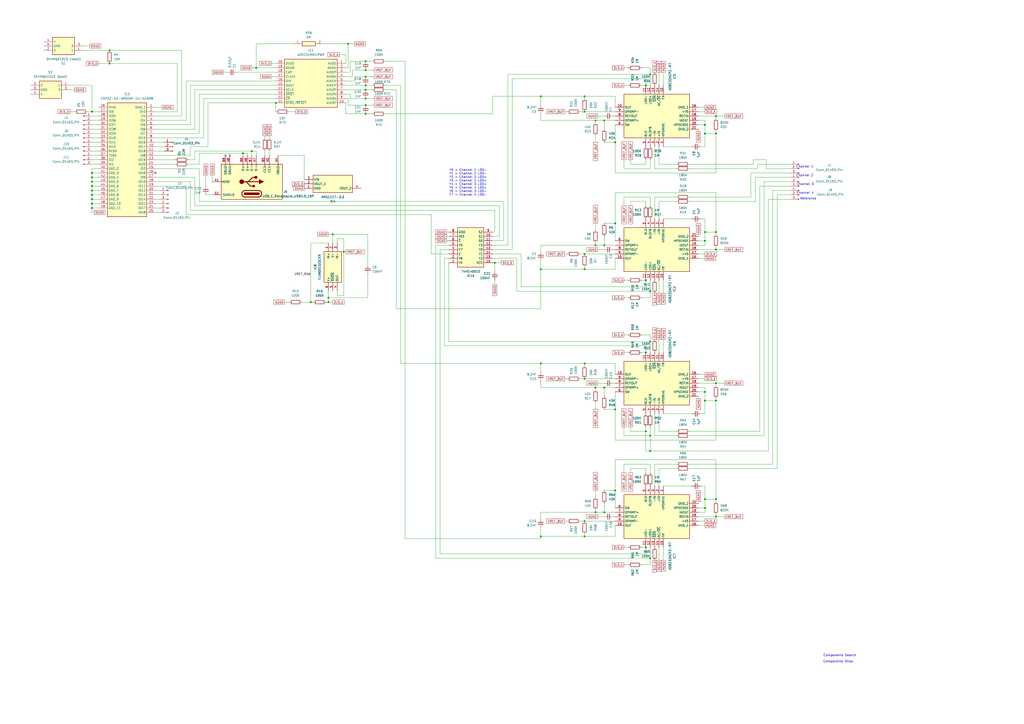
<source format=kicad_sch>
(kicad_sch (version 20250114) (generator "eeschema") (generator_version "9.0")
  (paper "A2")
  (text "Y0 = Channel 1 LOD-\nY1 = Channel 2 LOD-\nY2 = Channel 2 LOD+\nY3 = Channel 1 LOD+\nY4 = Channel 3 LOD+\nY5 = Channel 4 LOD+\nY6 = Channel 3 LOD-\nY7 = Channel 4 LOD-" (at 271.526 105.918 0) (effects (font (size 1.27 1.27))))
  (text "Channel 1\n" (at 466.852 96.774 0) (effects (font (size 1.27 1.27))))
  (text "Reference" (at 468.884 115.316 0) (effects (font (size 1.27 1.27))))
  (text "Components Search" (exclude_from_sim yes) (at 487.172 380.238 0) (effects (font (size 1.27 1.27))))
  (text "Channel 4" (at 467.106 112.014 0) (effects (font (size 1.27 1.27))))
  (text "Channel 2\n" (at 466.852 101.854 0) (effects (font (size 1.27 1.27))))
  (text "Channel 3" (at 467.106 106.934 0) (effects (font (size 1.27 1.27))))
  (text "Components Shop" (at 486.156 383.794 0) (effects (font (size 1.27 1.27))))
  (junction (at 408.94 134.62))
  (junction (at 53.34 113.03))
  (junction (at 374.65 250.19))
  (junction (at 377.19 261.62))
  (junction (at 408.94 232.41))
  (junction (at 356.87 237.49))
  (junction (at 212.09 49.53))
  (junction (at 212.09 52.07))
  (junction (at 377.19 252.73))
  (junction (at 415.29 289.56))
  (junction (at 313.69 311.15))
  (junction (at 339.09 210.82))
  (junction (at 356.87 129.54))
  (junction (at 374.65 204.47))
  (junction (at 160.02 59.69))
  (junction (at 339.09 311.15))
  (junction (at 287.02 152.4))
  (junction (at 53.34 102.87))
  (junction (at 212.09 57.15))
  (junction (at 53.34 107.95))
  (junction (at 415.29 77.47))
  (junction (at 140.97 88.9))
  (junction (at 63.5 29.21))
  (junction (at 415.29 134.62))
  (junction (at 212.09 60.96))
  (junction (at 356.87 82.55))
  (junction (at 350.52 224.79))
  (junction (at 199.39 146.05))
  (junction (at 63.5 36.83))
  (junction (at 212.09 66.04))
  (junction (at 377.19 43.18))
  (junction (at 146.05 87.63))
  (junction (at 374.65 49.53))
  (junction (at 408.94 294.64))
  (junction (at 377.19 323.85))
  (junction (at 345.44 69.85))
  (junction (at 212.09 44.45))
  (junction (at 415.29 144.78))
  (junction (at 201.93 25.4))
  (junction (at 408.94 289.56))
  (junction (at 339.09 302.26))
  (junction (at 415.29 222.25))
  (junction (at 53.34 64.77))
  (junction (at 193.04 135.89))
  (junction (at 415.29 299.72))
  (junction (at 350.52 69.85))
  (junction (at 408.94 139.7))
  (junction (at 377.19 198.12))
  (junction (at 408.94 227.33))
  (junction (at 53.34 120.65))
  (junction (at 377.19 168.91))
  (junction (at 350.52 142.24))
  (junction (at 53.34 100.33))
  (junction (at 415.29 67.31))
  (junction (at 345.44 297.18))
  (junction (at 345.44 142.24))
  (junction (at 313.69 210.82))
  (junction (at 53.34 105.41))
  (junction (at 350.52 297.18))
  (junction (at 415.29 232.41))
  (junction (at 212.09 40.64))
  (junction (at 374.65 162.56))
  (junction (at 190.5 175.26))
  (junction (at 374.65 317.5))
  (junction (at 313.69 55.88))
  (junction (at 339.09 156.21))
  (junction (at 339.09 55.88))
  (junction (at 180.34 175.26))
  (junction (at 53.34 110.49))
  (junction (at 53.34 115.57))
  (junction (at 408.94 77.47))
  (junction (at 408.94 72.39))
  (junction (at 148.59 39.37))
  (junction (at 339.09 147.32))
  (junction (at 190.5 172.72))
  (junction (at 356.87 284.48))
  (junction (at 313.69 156.21))
  (junction (at 339.09 219.71))
  (junction (at 345.44 224.79))
  (junction (at 339.09 64.77))
  (junction (at 53.34 118.11))
  (junction (at 212.09 35.56))
  (no_connect (at 133.35 90.17))
  (no_connect (at 90.17 100.33))
  (no_connect (at 130.81 90.17))
  (wire (pts (xy 148.59 25.4) (xy 170.18 25.4)))
  (wire (pts (xy 374.65 166.37) (xy 374.65 162.56)))
  (wire (pts (xy 53.34 118.11) (xy 57.15 118.11)))
  (wire (pts (xy 190.5 172.72) (xy 213.36 172.72)))
  (wire (pts (xy 415.29 144.78) (xy 420.37 144.78)))
  (wire (pts (xy 406.4 127) (xy 408.94 127)))
  (wire (pts (xy 212.09 35.56) (xy 215.9 35.56)))
  (wire (pts (xy 195.58 171.45) (xy 199.39 171.45)))
  (wire (pts (xy 205.74 44.45) (xy 212.09 44.45)))
  (wire (pts (xy 93.98 62.23) (xy 90.17 62.23)))
  (wire (pts (xy 374.65 271.78) (xy 365.76 271.78)))
  (wire (pts (xy 339.09 302.26) (xy 336.55 302.26)))
  (wire (pts (xy 313.69 66.04) (xy 313.69 69.85)))
  (wire (pts (xy 345.44 226.06) (xy 345.44 224.79)))
  (wire (pts (xy 361.95 162.56) (xy 364.49 162.56)))
  (wire (pts (xy 400.05 250.19) (xy 440.69 250.19)))
  (wire (pts (xy 365.76 116.84) (xy 365.76 119.38)))
  (wire (pts (xy 212.09 57.15) (xy 217.17 57.15)))
  (wire (pts (xy 175.26 175.26) (xy 180.34 175.26)))
  (wire (pts (xy 408.94 77.47) (xy 408.94 72.39)))
  (wire (pts (xy 110.49 105.41) (xy 90.17 105.41)))
  (wire (pts (xy 400.05 252.73) (xy 443.23 252.73)))
  (wire (pts (xy 190.5 168.91) (xy 190.5 172.72)))
  (wire (pts (xy 102.87 64.77) (xy 102.87 36.83)))
  (wire (pts (xy 374.65 119.38) (xy 374.65 116.84)))
  (wire (pts (xy 350.52 142.24) (xy 356.87 142.24)))
  (wire (pts (xy 53.34 100.33) (xy 57.15 100.33)))
  (wire (pts (xy 405.13 290.83) (xy 405.13 292.1)))
  (wire (pts (xy 107.95 46.99) (xy 107.95 69.85)))
  (wire (pts (xy 356.87 217.17) (xy 356.87 210.82)))
  (wire (pts (xy 143.51 88.9) (xy 143.51 90.17)))
  (wire (pts (xy 350.52 67.31) (xy 346.71 67.31)))
  (wire (pts (xy 377.19 252.73) (xy 361.95 252.73)))
  (wire (pts (xy 384.81 281.94) (xy 401.32 281.94)))
  (wire (pts (xy 212.09 60.96) (xy 217.17 60.96)))
  (wire (pts (xy 415.29 289.56) (xy 415.29 290.83)))
  (wire (pts (xy 350.52 69.85) (xy 356.87 69.85)))
  (wire (pts (xy 439.42 97.79) (xy 439.42 95.25)))
  (wire (pts (xy 113.03 119.38) (xy 289.56 119.38)))
  (wire (pts (xy 110.49 85.09) (xy 110.49 90.17)))
  (wire (pts (xy 415.29 67.31) (xy 420.37 67.31)))
  (wire (pts (xy 384.81 240.03) (xy 401.32 240.03)))
  (wire (pts (xy 408.94 72.39) (xy 405.13 72.39)))
  (wire (pts (xy 345.44 297.18) (xy 350.52 297.18)))
  (wire (pts (xy 167.64 64.77) (xy 171.45 64.77)))
  (wire (pts (xy 392.43 116.84) (xy 382.27 116.84)))
  (wire (pts (xy 260.35 152.4) (xy 260.35 198.12)))
  (wire (pts (xy 356.87 255.27) (xy 415.29 255.27)))
  (wire (pts (xy 345.44 82.55) (xy 345.44 78.74)))
  (wire (pts (xy 408.94 240.03) (xy 408.94 232.41)))
  (wire (pts (xy 201.93 60.96) (xy 212.09 60.96)))
  (wire (pts (xy 53.34 118.11) (xy 53.34 120.65)))
  (wire (pts (xy 377.19 194.31) (xy 377.19 198.12)))
  (wire (pts (xy 356.87 100.33) (xy 356.87 82.55)))
  (wire (pts (xy 190.5 172.72) (xy 190.5 175.26)))
  (wire (pts (xy 377.19 162.56) (xy 377.19 168.91)))
  (wire (pts (xy 400.05 271.78) (xy 450.85 271.78)))
  (wire (pts (xy 201.93 57.15) (xy 200.66 57.15)))
  (wire (pts (xy 361.95 39.37) (xy 364.49 39.37)))
  (wire (pts (xy 345.44 224.79) (xy 350.52 224.79)))
  (wire (pts (xy 339.09 55.88) (xy 339.09 57.15)))
  (wire (pts (xy 57.15 36.83) (xy 63.5 36.83)))
  (wire (pts (xy 372.11 194.31) (xy 377.19 194.31)))
  (wire (pts (xy 287.02 162.56) (xy 287.02 165.1)))
  (wire (pts (xy 90.17 118.11) (xy 92.71 118.11)))
  (wire (pts (xy 153.67 78.74) (xy 153.67 80.01)))
  (wire (pts (xy 53.34 120.65) (xy 57.15 120.65)))
  (wire (pts (xy 377.19 198.12) (xy 377.19 204.47)))
  (wire (pts (xy 90.17 102.87) (xy 113.03 102.87)))
  (wire (pts (xy 255.27 144.78) (xy 255.27 321.31)))
  (wire (pts (xy 372.11 317.5) (xy 374.65 317.5)))
  (wire (pts (xy 438.15 102.87) (xy 458.47 102.87)))
  (wire (pts (xy 110.49 121.92) (xy 110.49 105.41)))
  (wire (pts (xy 377.19 97.79) (xy 361.95 97.79)))
  (wire (pts (xy 408.94 294.64) (xy 408.94 297.18)))
  (wire (pts (xy 313.69 156.21) (xy 339.09 156.21)))
  (wire (pts (xy 392.43 250.19) (xy 382.27 250.19)))
  (wire (pts (xy 53.34 64.77) (xy 57.15 64.77)))
  (wire (pts (xy 345.44 71.12) (xy 345.44 69.85)))
  (wire (pts (xy 53.34 92.71) (xy 57.15 92.71)))
  (wire (pts (xy 377.19 317.5) (xy 377.19 323.85)))
  (wire (pts (xy 361.95 97.79) (xy 361.95 92.71)))
  (wire (pts (xy 199.39 146.05) (xy 199.39 138.43)))
  (wire (pts (xy 361.95 114.3) (xy 361.95 119.38)))
  (wire (pts (xy 356.87 304.8) (xy 356.87 311.15)))
  (wire (pts (xy 53.34 123.19) (xy 54.61 123.19)))
  (wire (pts (xy 115.57 97.79) (xy 115.57 116.84)))
  (wire (pts (xy 356.87 82.55) (xy 356.87 72.39)))
  (wire (pts (xy 313.69 55.88) (xy 313.69 60.96)))
  (wire (pts (xy 408.94 227.33) (xy 408.94 224.79)))
  (wire (pts (xy 339.09 219.71) (xy 356.87 219.71)))
  (wire (pts (xy 153.67 87.63) (xy 153.67 90.17)))
  (wire (pts (xy 379.73 114.3) (xy 379.73 127)))
  (wire (pts (xy 113.03 92.71) (xy 109.22 92.71)))
  (wire (pts (xy 379.73 269.24) (xy 379.73 281.94)))
  (wire (pts (xy 90.17 90.17) (xy 110.49 90.17)))
  (wire (pts (xy 285.75 152.4) (xy 287.02 152.4)))
  (wire (pts (xy 377.19 261.62) (xy 445.77 261.62)))
  (wire (pts (xy 160.02 59.69) (xy 160.02 64.77)))
  (wire (pts (xy 53.34 74.93) (xy 57.15 74.93)))
  (wire (pts (xy 223.52 35.56) (xy 234.95 35.56)))
  (wire (pts (xy 408.94 219.71) (xy 405.13 219.71)))
  (wire (pts (xy 374.65 250.19) (xy 374.65 261.62)))
  (wire (pts (xy 53.34 85.09) (xy 57.15 85.09)))
  (wire (pts (xy 199.39 138.43) (xy 195.58 138.43)))
  (wire (pts (xy 53.34 97.79) (xy 53.34 100.33)))
  (wire (pts (xy 374.65 321.31) (xy 374.65 317.5)))
  (wire (pts (xy 356.87 237.49) (xy 356.87 227.33)))
  (wire (pts (xy 212.09 40.64) (xy 217.17 40.64)))
  (wire (pts (xy 53.34 105.41) (xy 57.15 105.41)))
  (wire (pts (xy 148.59 25.4) (xy 148.59 39.37)))
  (wire (pts (xy 400.05 116.84) (xy 438.15 116.84)))
  (wire (pts (xy 350.52 297.18) (xy 356.87 297.18)))
  (wire (pts (xy 382.27 170.18) (xy 382.27 162.56)))
  (wire (pts (xy 200.66 39.37) (xy 201.93 39.37)))
  (wire (pts (xy 408.94 149.86) (xy 405.13 149.86)))
  (wire (pts (xy 345.44 69.85) (xy 350.52 69.85)))
  (wire (pts (xy 328.93 219.71) (xy 327.66 219.71)))
  (wire (pts (xy 180.34 175.26) (xy 181.61 175.26)))
  (wire (pts (xy 392.43 271.78) (xy 382.27 271.78)))
  (wire (pts (xy 313.69 69.85) (xy 345.44 69.85)))
  (wire (pts (xy 415.29 298.45) (xy 415.29 299.72)))
  (wire (pts (xy 450.85 113.03) (xy 450.85 271.78)))
  (wire (pts (xy 120.65 59.69) (xy 120.65 85.09)))
  (wire (pts (xy 356.87 111.76) (xy 415.29 111.76)))
  (wire (pts (xy 193.04 135.89) (xy 213.36 135.89)))
  (wire (pts (xy 146.05 87.63) (xy 148.59 87.63)))
  (wire (pts (xy 408.94 232.41) (xy 408.94 227.33)))
  (wire (pts (xy 405.13 231.14) (xy 405.13 229.87)))
  (wire (pts (xy 379.73 97.79) (xy 392.43 97.79)))
  (wire (pts (xy 339.09 302.26) (xy 356.87 302.26)))
  (wire (pts (xy 415.29 111.76) (xy 415.29 134.62)))
  (wire (pts (xy 350.52 284.48) (xy 356.87 284.48)))
  (wire (pts (xy 297.18 144.78) (xy 297.18 45.72)))
  (wire (pts (xy 377.19 323.85) (xy 377.19 327.66)))
  (wire (pts (xy 120.65 59.69) (xy 160.02 59.69)))
  (wire (pts (xy 350.52 129.54) (xy 356.87 129.54)))
  (wire (pts (xy 377.19 269.24) (xy 377.19 274.32)))
  (wire (pts (xy 372.11 172.72) (xy 377.19 172.72)))
  (wire (pts (xy 356.87 149.86) (xy 356.87 156.21)))
  (wire (pts (xy 408.94 72.39) (xy 408.94 69.85)))
  (wire (pts (xy 113.03 52.07) (xy 113.03 74.93)))
  (wire (pts (xy 140.97 88.9) (xy 143.51 88.9)))
  (wire (pts (xy 408.94 85.09) (xy 408.94 77.47)))
  (wire (pts (xy 339.09 64.77) (xy 336.55 64.77)))
  (wire (pts (xy 189.23 175.26) (xy 190.5 175.26)))
  (wire (pts (xy 345.44 284.48) (xy 345.44 288.29)))
  (wire (pts (xy 313.69 224.79) (xy 345.44 224.79)))
  (wire (pts (xy 115.57 116.84) (xy 292.1 116.84)))
  (wire (pts (xy 374.65 95.25) (xy 365.76 95.25)))
  (wire (pts (xy 299.72 149.86) (xy 299.72 168.91)))
  (wire (pts (xy 439.42 95.25) (xy 458.47 95.25)))
  (wire (pts (xy 201.93 25.4) (xy 205.74 25.4)))
  (wire (pts (xy 374.65 200.66) (xy 374.65 204.47)))
  (wire (pts (xy 90.17 77.47) (xy 115.57 77.47)))
  (wire (pts (xy 444.5 92.71) (xy 444.5 97.79)))
  (wire (pts (xy 113.03 52.07) (xy 160.02 52.07)))
  (wire (pts (xy 53.34 90.17) (xy 57.15 90.17)))
  (wire (pts (xy 339.09 210.82) (xy 339.09 212.09)))
  (wire (pts (xy 356.87 266.7) (xy 415.29 266.7)))
  (wire (pts (xy 384.81 127) (xy 401.32 127)))
  (wire (pts (xy 53.34 49.53) (xy 40.64 49.53)))
  (wire (pts (xy 200.66 66.04) (xy 200.66 59.69)))
  (wire (pts (xy 339.09 156.21) (xy 339.09 154.94)))
  (wire (pts (xy 90.17 110.49) (xy 92.71 110.49)))
  (wire (pts (xy 350.52 299.72) (xy 346.71 299.72)))
  (wire (pts (xy 405.13 224.79) (xy 408.94 224.79)))
  (wire (pts (xy 148.59 87.63) (xy 148.59 90.17)))
  (wire (pts (xy 294.64 43.18) (xy 377.19 43.18)))
  (wire (pts (xy 53.34 80.01) (xy 57.15 80.01)))
  (wire (pts (xy 313.69 156.21) (xy 313.69 179.07)))
  (wire (pts (xy 443.23 105.41) (xy 443.23 252.73)))
  (wire (pts (xy 90.17 97.79) (xy 115.57 97.79)))
  (wire (pts (xy 356.87 62.23) (xy 356.87 55.88)))
  (wire (pts (xy 203.2 35.56) (xy 203.2 41.91)))
  (wire (pts (xy 377.19 43.18) (xy 377.19 49.53)))
  (wire (pts (xy 90.17 82.55) (xy 95.25 82.55)))
  (wire (pts (xy 53.34 113.03) (xy 53.34 115.57)))
  (wire (pts (xy 384.81 85.09) (xy 401.32 85.09)))
  (wire (pts (xy 313.69 142.24) (xy 345.44 142.24)))
  (wire (pts (xy 374.65 45.72) (xy 374.65 49.53)))
  (wire (pts (xy 53.34 82.55) (xy 57.15 82.55)))
  (wire (pts (xy 408.94 217.17) (xy 405.13 217.17)))
  (wire (pts (xy 350.52 222.25) (xy 346.71 222.25)))
  (wire (pts (xy 365.76 95.25) (xy 365.76 92.71)))
  (wire (pts (xy 292.1 139.7) (xy 292.1 116.84)))
  (wire (pts (xy 53.34 95.25) (xy 57.15 95.25)))
  (wire (pts (xy 101.6 95.25) (xy 90.17 95.25)))
  (wire (pts (xy 232.41 49.53) (xy 232.41 210.82)))
  (wire (pts (xy 448.31 110.49) (xy 448.31 269.24)))
  (wire (pts (xy 408.94 294.64) (xy 405.13 294.64)))
  (wire (pts (xy 382.27 41.91) (xy 382.27 49.53)))
  (wire (pts (xy 40.64 52.07) (xy 43.18 52.07)))
  (wire (pts (xy 113.03 102.87) (xy 113.03 119.38)))
  (wire (pts (xy 200.66 31.75) (xy 200.66 36.83)))
  (wire (pts (xy 285.75 134.62) (xy 287.02 134.62)))
  (wire (pts (xy 156.21 87.63) (xy 156.21 90.17)))
  (wire (pts (xy 372.11 39.37) (xy 377.19 39.37)))
  (wire (pts (xy 53.34 77.47) (xy 57.15 77.47)))
  (wire (pts (xy 203.2 57.15) (xy 203.2 54.61)))
  (wire (pts (xy 90.17 85.09) (xy 95.25 85.09)))
  (wire (pts (xy 328.93 147.32) (xy 327.66 147.32)))
  (wire (pts (xy 203.2 35.56) (xy 212.09 35.56)))
  (wire (pts (xy 113.03 87.63) (xy 146.05 87.63)))
  (wire (pts (xy 405.13 76.2) (xy 405.13 74.93)))
  (wire (pts (xy 160.02 36.83) (xy 157.48 36.83)))
  (wire (pts (xy 384.81 41.91) (xy 384.81 49.53)))
  (wire (pts (xy 450.85 113.03) (xy 458.47 113.03)))
  (wire (pts (xy 372.11 327.66) (xy 377.19 327.66)))
  (wire (pts (xy 345.44 295.91) (xy 345.44 297.18)))
  (wire (pts (xy 382.27 116.84) (xy 382.27 127)))
  (wire (pts (xy 408.94 302.26) (xy 405.13 302.26)))
  (wire (pts (xy 377.19 97.79) (xy 377.19 92.71)))
  (wire (pts (xy 435.61 114.3) (xy 435.61 100.33)))
  (wire (pts (xy 53.34 110.49) (xy 53.34 113.03)))
  (wire (pts (xy 379.73 97.79) (xy 379.73 85.09)))
  (wire (pts (xy 313.69 297.18) (xy 345.44 297.18)))
  (wire (pts (xy 113.03 74.93) (xy 90.17 74.93)))
  (wire (pts (xy 415.29 223.52) (xy 415.29 222.25)))
  (wire (pts (xy 408.94 289.56) (xy 408.94 294.64)))
  (wire (pts (xy 90.17 113.03) (xy 92.71 113.03)))
  (wire (pts (xy 436.88 92.71) (xy 444.5 92.71)))
  (wire (pts (xy 408.94 134.62) (xy 415.29 134.62)))
  (wire (pts (xy 345.44 142.24) (xy 350.52 142.24)))
  (wire (pts (xy 119.38 101.6) (xy 119.38 107.95)))
  (wire (pts (xy 372.11 49.53) (xy 374.65 49.53)))
  (wire (pts (xy 232.41 49.53) (xy 223.52 49.53)))
  (wire (pts (xy 180.34 140.97) (xy 180.34 175.26)))
  (wire (pts (xy 361.95 327.66) (xy 364.49 327.66)))
  (wire (pts (xy 110.49 72.39) (xy 110.49 49.53)))
  (wire (pts (xy 313.69 210.82) (xy 339.09 210.82)))
  (wire (pts (xy 180.34 140.97) (xy 190.5 140.97)))
  (wire (pts (xy 345.44 129.54) (xy 345.44 133.35)))
  (wire (pts (xy 120.65 85.09) (xy 110.49 85.09)))
  (wire (pts (xy 53.34 67.31) (xy 57.15 67.31)))
  (wire (pts (xy 204.47 44.45) (xy 200.66 44.45)))
  (wire (pts (xy 408.94 289.56) (xy 415.29 289.56)))
  (wire (pts (xy 374.65 247.65) (xy 374.65 250.19)))
  (wire (pts (xy 350.52 144.78) (xy 346.71 144.78)))
  (wire (pts (xy 438.15 116.84) (xy 438.15 102.87)))
  (wire (pts (xy 40.64 64.77) (xy 43.18 64.77)))
  (wire (pts (xy 339.09 311.15) (xy 339.09 309.88)))
  (wire (pts (xy 260.35 198.12) (xy 377.19 198.12)))
  (wire (pts (xy 285.75 144.78) (xy 297.18 144.78)))
  (wire (pts (xy 250.19 147.32) (xy 250.19 124.46)))
  (wire (pts (xy 257.81 200.66) (xy 257.81 149.86)))
  (wire (pts (xy 205.74 46.99) (xy 200.66 46.99)))
  (wire (pts (xy 415.29 266.7) (xy 415.29 289.56)))
  (wire (pts (xy 259.08 137.16) (xy 260.35 137.16)))
  (wire (pts (xy 53.34 49.53) (xy 53.34 64.77)))
  (wire (pts (xy 361.95 317.5) (xy 364.49 317.5)))
  (wire (pts (xy 107.95 107.95) (xy 107.95 124.46)))
  (wire (pts (xy 313.69 151.13) (xy 313.69 156.21)))
  (wire (pts (xy 118.11 80.01) (xy 118.11 57.15)))
  (wire (pts (xy 287.02 152.4) (xy 287.02 157.48)))
  (wire (pts (xy 255.27 321.31) (xy 374.65 321.31)))
  (wire (pts (xy 384.81 170.18) (xy 384.81 162.56)))
  (wire (pts (xy 212.09 44.45) (xy 217.17 44.45)))
  (wire (pts (xy 90.17 107.95) (xy 107.95 107.95)))
  (wire (pts (xy 90.17 72.39) (xy 110.49 72.39)))
  (wire (pts (xy 415.29 255.27) (xy 415.29 232.41)))
  (wire (pts (xy 50.8 64.77) (xy 53.34 64.77)))
  (wire (pts (xy 204.47 40.64) (xy 204.47 44.45)))
  (wire (pts (xy 257.81 149.86) (xy 260.35 149.86)))
  (wire (pts (xy 406.4 240.03) (xy 408.94 240.03)))
  (wire (pts (xy 339.09 147.32) (xy 356.87 147.32)))
  (wire (pts (xy 356.87 266.7) (xy 356.87 284.48)))
  (wire (pts (xy 374.65 274.32) (xy 374.65 271.78)))
  (wire (pts (xy 350.52 237.49) (xy 356.87 237.49)))
  (wire (pts (xy 297.18 45.72) (xy 374.65 45.72)))
  (wire (pts (xy 415.29 232.41) (xy 415.29 231.14)))
  (wire (pts (xy 250.19 147.32) (xy 260.35 147.32)))
  (wire (pts (xy 115.57 88.9) (xy 115.57 95.25)))
  (wire (pts (xy 313.69 311.15) (xy 339.09 311.15)))
  (wire (pts (xy 285.75 55.88) (xy 285.75 66.04)))
  (wire (pts (xy 101.6 92.71) (xy 90.17 92.71)))
  (wire (pts (xy 203.2 57.15) (xy 212.09 57.15)))
  (wire (pts (xy 361.95 252.73) (xy 361.95 247.65)))
  (wire (pts (xy 90.17 87.63) (xy 95.25 87.63)))
  (wire (pts (xy 200.66 52.07) (xy 212.09 52.07)))
  (wire (pts (xy 408.94 64.77) (xy 405.13 64.77)))
  (wire (pts (xy 119.38 113.03) (xy 123.19 113.03)))
  (wire (pts (xy 415.29 134.62) (xy 415.29 135.89)))
  (wire (pts (xy 229.87 52.07) (xy 229.87 179.07)))
  (wire (pts (xy 405.13 297.18) (xy 408.94 297.18)))
  (wire (pts (xy 356.87 111.76) (xy 356.87 129.54)))
  (wire (pts (xy 53.34 110.49) (xy 57.15 110.49)))
  (wire (pts (xy 377.19 114.3) (xy 361.95 114.3)))
  (wire (pts (xy 356.87 222.25) (xy 355.6 222.25)))
  (wire (pts (xy 252.73 142.24) (xy 260.35 142.24)))
  (wire (pts (xy 252.73 323.85) (xy 377.19 323.85)))
  (wire (pts (xy 146.05 39.37) (xy 148.59 39.37)))
  (wire (pts (xy 53.34 105.41) (xy 53.34 107.95)))
  (wire (pts (xy 107.95 46.99) (xy 160.02 46.99)))
  (wire (pts (xy 115.57 95.25) (xy 109.22 95.25)))
  (wire (pts (xy 213.36 158.75) (xy 213.36 172.72)))
  (wire (pts (xy 382.27 196.85) (xy 382.27 204.47)))
  (wire (pts (xy 400.05 269.24) (xy 448.31 269.24)))
  (wire (pts (xy 90.17 80.01) (xy 118.11 80.01)))
  (wire (pts (xy 285.75 55.88) (xy 313.69 55.88)))
  (wire (pts (xy 415.29 77.47) (xy 415.29 76.2)))
  (wire (pts (xy 200.66 66.04) (xy 212.09 66.04)))
  (wire (pts (xy 53.34 72.39) (xy 57.15 72.39)))
  (wire (pts (xy 444.5 97.79) (xy 458.47 97.79)))
  (wire (pts (xy 350.52 142.24) (xy 350.52 137.16)))
  (wire (pts (xy 374.65 250.19) (xy 365.76 250.19)))
  (wire (pts (xy 339.09 219.71) (xy 336.55 219.71)))
  (wire (pts (xy 361.95 269.24) (xy 361.95 274.32)))
  (wire (pts (xy 415.29 299.72) (xy 420.37 299.72)))
  (wire (pts (xy 415.29 222.25) (xy 420.37 222.25)))
  (wire (pts (xy 372.11 162.56) (xy 374.65 162.56)))
  (wire (pts (xy 190.5 135.89) (xy 193.04 135.89)))
  (wire (pts (xy 115.57 88.9) (xy 140.97 88.9)))
  (wire (pts (xy 405.13 69.85) (xy 408.94 69.85)))
  (wire (pts (xy 53.34 113.03) (xy 57.15 113.03)))
  (wire (pts (xy 406.4 85.09) (xy 408.94 85.09)))
  (wire (pts (xy 377.19 39.37) (xy 377.19 43.18)))
  (wire (pts (xy 287.02 134.62) (xy 287.02 121.92)))
  (wire (pts (xy 90.17 120.65) (xy 92.71 120.65)))
  (wire (pts (xy 339.09 55.88) (xy 356.87 55.88)))
  (wire (pts (xy 374.65 261.62) (xy 377.19 261.62)))
  (wire (pts (xy 382.27 95.25) (xy 382.27 85.09)))
  (wire (pts (xy 53.34 97.79) (xy 57.15 97.79)))
  (wire (pts (xy 377.19 269.24) (xy 361.95 269.24)))
  (wire (pts (xy 408.94 134.62) (xy 408.94 139.7)))
  (wire (pts (xy 384.81 196.85) (xy 384.81 204.47)))
  (wire (pts (xy 405.13 144.78) (xy 415.29 144.78)))
  (wire (pts (xy 190.5 175.26) (xy 193.04 175.26)))
  (wire (pts (xy 53.34 102.87) (xy 57.15 102.87)))
  (wire (pts (xy 328.93 302.26) (xy 327.66 302.26)))
  (wire (pts (xy 285.75 149.86) (xy 299.72 149.86)))
  (wire (pts (xy 203.2 41.91) (xy 200.66 41.91)))
  (wire (pts (xy 408.94 147.32) (xy 405.13 147.32)))
  (wire (pts (xy 285.75 142.24) (xy 294.64 142.24)))
  (wire (pts (xy 405.13 222.25) (xy 415.29 222.25)))
  (wire (pts (xy 234.95 35.56) (xy 234.95 312.42)))
  (wire (pts (xy 195.58 138.43) (xy 195.58 140.97)))
  (wire (pts (xy 90.17 123.19) (xy 92.71 123.19)))
  (wire (pts (xy 415.29 143.51) (xy 415.29 144.78)))
  (wire (pts (xy 212.09 49.53) (xy 200.66 49.53)))
  (wire (pts (xy 408.94 139.7) (xy 405.13 139.7)))
  (wire (pts (xy 445.77 115.57) (xy 445.77 261.62)))
  (wire (pts (xy 405.13 299.72) (xy 415.29 299.72)))
  (wire (pts (xy 356.87 144.78) (xy 355.6 144.78)))
  (wire (pts (xy 350.52 224.79) (xy 356.87 224.79)))
  (wire (pts (xy 408.94 304.8) (xy 405.13 304.8)))
  (wire (pts (xy 53.34 115.57) (xy 53.34 118.11)))
  (wire (pts (xy 90.17 115.57) (xy 92.71 115.57)))
  (wire (pts (xy 63.5 36.83) (xy 102.87 36.83)))
  (wire (pts (xy 440.69 107.95) (xy 458.47 107.95)))
  (wire (pts (xy 196.85 31.75) (xy 200.66 31.75)))
  (wire (pts (xy 313.69 210.82) (xy 313.69 215.9)))
  (wire (pts (xy 229.87 52.07) (xy 223.52 52.07)))
  (wire (pts (xy 259.08 139.7) (xy 260.35 139.7)))
  (wire (pts (xy 379.73 252.73) (xy 392.43 252.73)))
  (wire (pts (xy 415.29 100.33) (xy 415.29 77.47)))
  (wire (pts (xy 204.47 40.64) (xy 212.09 40.64)))
  (wire (pts (xy 313.69 306.07) (xy 313.69 311.15)))
  (wire (pts (xy 350.52 224.79) (xy 350.52 229.87)))
  (wire (pts (xy 435.61 100.33) (xy 458.47 100.33)))
  (wire (pts (xy 53.34 115.57) (xy 57.15 115.57)))
  (wire (pts (xy 299.72 168.91) (xy 377.19 168.91)))
  (wire (pts (xy 356.87 100.33) (xy 415.29 100.33)))
  (wire (pts (xy 157.48 44.45) (xy 160.02 44.45)))
  (wire (pts (xy 205.74 44.45) (xy 205.74 46.99)))
  (wire (pts (xy 259.08 134.62) (xy 260.35 134.62)))
  (wire (pts (xy 374.65 92.71) (xy 374.65 95.25)))
  (wire (pts (xy 90.17 67.31) (xy 105.41 67.31)))
  (wire (pts (xy 408.94 62.23) (xy 405.13 62.23)))
  (wire (pts (xy 339.09 311.15) (xy 356.87 311.15)))
  (wire (pts (xy 408.94 139.7) (xy 408.94 142.24)))
  (wire (pts (xy 48.26 26.67) (xy 52.07 26.67)))
  (wire (pts (xy 193.04 135.89) (xy 193.04 140.97)))
  (wire (pts (xy 53.34 87.63) (xy 57.15 87.63)))
  (wire (pts (xy 350.52 82.55) (xy 356.87 82.55)))
  (wire (pts (xy 53.34 102.87) (xy 53.34 105.41)))
  (wire (pts (xy 294.64 142.24) (xy 294.64 43.18)))
  (wire (pts (xy 53.34 107.95) (xy 53.34 110.49)))
  (wire (pts (xy 382.27 250.19) (xy 382.27 240.03)))
  (wire (pts (xy 313.69 312.42) (xy 313.69 311.15)))
  (wire (pts (xy 356.87 129.54) (xy 356.87 139.7)))
  (wire (pts (xy 313.69 55.88) (xy 339.09 55.88)))
  (wire (pts (xy 53.34 69.85) (xy 57.15 69.85)))
  (wire (pts (xy 408.94 232.41) (xy 415.29 232.41)))
  (wire (pts (xy 187.96 25.4) (xy 201.93 25.4)))
  (wire (pts (xy 408.94 77.47) (xy 415.29 77.47)))
  (wire (pts (xy 110.49 121.92) (xy 287.02 121.92)))
  (wire (pts (xy 165.1 175.26) (xy 167.64 175.26)))
  (wire (pts (xy 215.9 52.07) (xy 212.09 52.07)))
  (wire (pts (xy 405.13 135.89) (xy 405.13 137.16)))
  (wire (pts (xy 382.27 325.12) (xy 382.27 317.5)))
  (wire (pts (xy 212.09 66.04) (xy 215.9 66.04)))
  (wire (pts (xy 445.77 115.57) (xy 458.47 115.57)))
  (wire (pts (xy 53.34 100.33) (xy 53.34 102.87)))
  (wire (pts (xy 199.39 171.45) (xy 199.39 146.05)))
  (wire (pts (xy 199.39 146.05) (xy 200.66 146.05)))
  (wire (pts (xy 289.56 137.16) (xy 289.56 119.38)))
  (wire (pts (xy 213.36 153.67) (xy 213.36 135.89)))
  (wire (pts (xy 160.02 39.37) (xy 148.59 39.37)))
  (wire (pts (xy 350.52 297.18) (xy 350.52 292.1)))
  (wire (pts (xy 115.57 54.61) (xy 160.02 54.61)))
  (wire (pts (xy 53.34 120.65) (xy 53.34 123.19)))
  (wire (pts (xy 232.41 210.82) (xy 313.69 210.82)))
  (wire (pts (xy 105.41 67.31) (xy 105.41 29.21)))
  (wire (pts (xy 203.2 54.61) (xy 200.66 54.61)))
  (wire (pts (xy 406.4 281.94) (xy 408.94 281.94)))
  (wire (pts (xy 313.69 179.07) (xy 229.87 179.07)))
  (wire (pts (xy 361.95 194.31) (xy 364.49 194.31)))
  (wire (pts (xy 328.93 64.77) (xy 327.66 64.77)))
  (wire (pts (xy 382.27 271.78) (xy 382.27 281.94)))
  (wire (pts (xy 313.69 146.05) (xy 313.69 142.24)))
  (wire (pts (xy 356.87 299.72) (xy 355.6 299.72)))
  (wire (pts (xy 201.93 25.4) (xy 201.93 39.37)))
  (wire (pts (xy 160.02 41.91) (xy 137.16 41.91)))
  (wire (pts (xy 118.11 57.15) (xy 160.02 57.15)))
  (wire (pts (xy 361.95 49.53) (xy 364.49 49.53)))
  (wire (pts (xy 356.87 67.31) (xy 355.6 67.31)))
  (wire (pts (xy 132.08 41.91) (xy 129.54 41.91)))
  (wire (pts (xy 195.58 168.91) (xy 195.58 171.45)))
  (wire (pts (xy 356.87 284.48) (xy 356.87 294.64)))
  (wire (pts (xy 400.05 95.25) (xy 436.88 95.25)))
  (wire (pts (xy 377.19 252.73) (xy 377.19 247.65)))
  (wire (pts (xy 339.09 210.82) (xy 356.87 210.82)))
  (wire (pts (xy 123.19 101.6) (xy 123.19 105.41)))
  (wire (pts (xy 234.95 312.42) (xy 313.69 312.42)))
  (wire (pts (xy 372.11 204.47) (xy 374.65 204.47)))
  (wire (pts (xy 345.44 140.97) (xy 345.44 142.24)))
  (wire (pts (xy 440.69 250.19) (xy 440.69 107.95)))
  (wire (pts (xy 107.95 69.85) (xy 90.17 69.85)))
  (wire (pts (xy 392.43 95.25) (xy 382.27 95.25)))
  (wire (pts (xy 339.09 64.77) (xy 356.87 64.77)))
  (wire (pts (xy 377.19 252.73) (xy 377.19 261.62)))
  (wire (pts (xy 115.57 77.47) (xy 115.57 54.61)))
  (wire (pts (xy 257.81 200.66) (xy 374.65 200.66)))
  (wire (pts (xy 443.23 105.41) (xy 458.47 105.41)))
  (wire (pts (xy 48.26 29.21) (xy 63.5 29.21)))
  (wire (pts (xy 345.44 237.49) (xy 345.44 233.68)))
  (wire (pts (xy 53.34 107.95) (xy 57.15 107.95)))
  (wire (pts (xy 400.05 114.3) (xy 435.61 114.3)))
  (wire (pts (xy 252.73 142.24) (xy 252.73 323.85)))
  (wire (pts (xy 379.73 269.24) (xy 392.43 269.24)))
  (wire (pts (xy 285.75 137.16) (xy 289.56 137.16)))
  (wire (pts (xy 408.94 227.33) (xy 405.13 227.33)))
  (wire (pts (xy 339.09 156.21) (xy 356.87 156.21)))
  (wire (pts (xy 356.87 255.27) (xy 356.87 237.49)))
  (wire (pts (xy 365.76 271.78) (xy 365.76 274.32)))
  (wire (pts (xy 285.75 66.04) (xy 223.52 66.04)))
  (wire (pts (xy 255.27 144.78) (xy 260.35 144.78)))
  (wire (pts (xy 140.97 90.17) (xy 140.97 88.9)))
  (wire (pts (xy 448.31 110.49) (xy 458.47 110.49)))
  (wire (pts (xy 107.95 124.46) (xy 250.19 124.46)))
  (wire (pts (xy 161.29 90.17) (xy 176.53 90.17)))
  (wire (pts (xy 287.02 152.4) (xy 290.83 152.4)))
  (wire (pts (xy 302.26 166.37) (xy 374.65 166.37)))
  (wire (pts (xy 215.9 49.53) (xy 212.09 49.53)))
  (wire (pts (xy 405.13 142.24) (xy 408.94 142.24)))
  (wire (pts (xy 377.19 114.3) (xy 377.19 119.38)))
  (wire (pts (xy 285.75 147.32) (xy 302.26 147.32)))
  (wire (pts (xy 365.76 250.19) (xy 365.76 247.65)))
  (wire (pts (xy 361.95 204.47) (xy 364.49 204.47)))
  (wire (pts (xy 405.13 67.31) (xy 415.29 67.31)))
  (wire (pts (xy 374.65 116.84) (xy 365.76 116.84)))
  (wire (pts (xy 400.05 97.79) (xy 439.42 97.79)))
  (wire (pts (xy 201.93 60.96) (xy 201.93 57.15)))
  (wire (pts (xy 350.52 69.85) (xy 350.52 74.93)))
  (wire (pts (xy 436.88 95.25) (xy 436.88 92.71)))
  (wire (pts (xy 176.53 90.17) (xy 176.53 104.14)))
  (wire (pts (xy 408.94 281.94) (xy 408.94 289.56)))
  (wire (pts (xy 408.94 127) (xy 408.94 134.62)))
  (wire (pts (xy 415.29 68.58) (xy 415.29 67.31)))
  (wire (pts (xy 339.09 147.32) (xy 336.55 147.32)))
  (wire (pts (xy 377.19 168.91) (xy 377.19 172.72)))
  (wire (pts (xy 285.75 139.7) (xy 292.1 139.7)))
  (wire (pts (xy 379.73 114.3) (xy 392.43 114.3)))
  (wire (pts (xy 90.17 64.77) (xy 102.87 64.77)))
  (wire (pts (xy 113.03 87.63) (xy 113.03 92.71)))
  (wire (pts (xy 313.69 300.99) (xy 313.69 297.18)))
  (wire (pts (xy 313.69 220.98) (xy 313.69 224.79)))
  (wire (pts (xy 63.5 29.21) (xy 105.41 29.21)))
  (wire (pts (xy 110.49 49.53) (xy 160.02 49.53)))
  (wire (pts (xy 384.81 325.12) (xy 384.81 317.5)))
  (wire (pts (xy 302.26 147.32) (xy 302.26 166.37)))
  (wire (pts (xy 146.05 90.17) (xy 146.05 87.63)))
  (wire (pts (xy 361.95 172.72) (xy 364.49 172.72)))
  (wire (pts (xy 156.21 78.74) (xy 156.21 80.01)))
  (wire (pts (xy 379.73 252.73) (xy 379.73 240.03)))
  (label "VREF_RAW" (at 180.34 160.02 180))
  (global_label "VREF_BUF" (shape passive) (at 420.37 144.78 0) (property "Intersheetrefs" "${INTERSHEET_REFS}" (effects (hide yes))))
  (global_label "VREF_BUF" (shape passive) (at 217.17 44.45 0) (property "Intersheetrefs" "${INTERSHEET_REFS}" (effects (hide yes))))
  (global_label "AGND" (shape passive) (at 405.13 76.2 270) (property "Intersheetrefs" "${INTERSHEET_REFS}" (effects (hide yes))))
  (global_label "DGND" (shape passive) (at 259.08 134.62 180) (property "Intersheetrefs" "${INTERSHEET_REFS}" (effects (hide yes))))
  (global_label "DGND" (shape passive) (at 146.05 39.37 180) (property "Intersheetrefs" "${INTERSHEET_REFS}" (effects (hide yes))))
  (global_label "AGND" (shape passive) (at 408.94 304.8 0) (property "Intersheetrefs" "${INTERSHEET_REFS}" (effects (hide yes))))
  (global_label "3V3_D" (shape passive) (at 57.15 36.83 180) (property "Intersheetrefs" "${INTERSHEET_REFS}" (effects (hide yes))))
  (global_label "3v3_A" (shape passive) (at 379.73 325.12 270) (property "Intersheetrefs" "${INTERSHEET_REFS}" (effects (hide yes))))
  (global_label "VREF_BUF" (shape passive) (at 327.66 147.32 180) (property "Intersheetrefs" "${INTERSHEET_REFS}" (effects (hide yes))))
  (global_label "3v3_A" (shape passive) (at 361.95 172.72 180) (property "Intersheetrefs" "${INTERSHEET_REFS}" (effects (hide yes))))
  (global_label "DGND" (shape passive) (at 119.38 101.6 90) (property "Intersheetrefs" "${INTERSHEET_REFS}" (effects (hide yes))))
  (global_label "AGND" (shape passive) (at 346.71 144.78 180) (property "Intersheetrefs" "${INTERSHEET_REFS}" (effects (hide yes))))
  (global_label "3v3_A" (shape passive) (at 361.95 162.56 180) (property "Intersheetrefs" "${INTERSHEET_REFS}" (effects (hide yes))))
  (global_label "AGND" (shape passive) (at 382.27 196.85 90) (property "Intersheetrefs" "${INTERSHEET_REFS}" (effects (hide yes))))
  (global_label "AGND" (shape passive) (at 346.71 299.72 180) (property "Intersheetrefs" "${INTERSHEET_REFS}" (effects (hide yes))))
  (global_label "VREF_BUF" (shape passive) (at 345.44 237.49 270) (property "Intersheetrefs" "${INTERSHEET_REFS}" (effects (hide yes))))
  (global_label "DGND" (shape passive) (at 54.61 123.19 0) (property "Intersheetrefs" "${INTERSHEET_REFS}" (effects (hide yes))))
  (global_label "VREF_BUF" (shape passive) (at 361.95 119.38 270) (property "Intersheetrefs" "${INTERSHEET_REFS}" (effects (hide yes))))
  (global_label "3v3_A" (shape passive) (at 361.95 49.53 180) (property "Intersheetrefs" "${INTERSHEET_REFS}" (effects (hide yes))))
  (global_label "3v3_A" (shape passive) (at 408.94 64.77 0) (property "Intersheetrefs" "${INTERSHEET_REFS}" (effects (hide yes))))
  (global_label "DGND" (shape passive) (at 259.08 139.7 180) (property "Intersheetrefs" "${INTERSHEET_REFS}" (effects (hide yes))))
  (global_label "DGND" (shape passive) (at 129.54 41.91 180) (property "Intersheetrefs" "${INTERSHEET_REFS}" (effects (hide yes))))
  (global_label "3v3_A" (shape passive) (at 193.04 175.26 0) (property "Intersheetrefs" "${INTERSHEET_REFS}" (effects (hide yes))))
  (global_label "VREF_BUF" (shape passive) (at 365.76 247.65 90) (property "Intersheetrefs" "${INTERSHEET_REFS}" (effects (hide yes))))
  (global_label "3v3_A" (shape passive) (at 361.95 39.37 180) (property "Intersheetrefs" "${INTERSHEET_REFS}" (effects (hide yes))))
  (global_label "AGND" (shape passive) (at 405.13 290.83 90) (property "Intersheetrefs" "${INTERSHEET_REFS}" (effects (hide yes))))
  (global_label "3v3_A" (shape passive) (at 361.95 204.47 180) (property "Intersheetrefs" "${INTERSHEET_REFS}" (effects (hide yes))))
  (global_label "AGND" (shape passive) (at 405.13 135.89 90) (property "Intersheetrefs" "${INTERSHEET_REFS}" (effects (hide yes))))
  (global_label "3V3_D" (shape passive) (at 40.64 64.77 180) (property "Intersheetrefs" "${INTERSHEET_REFS}" (effects (hide yes))))
  (global_label "3v3_A" (shape passive) (at 379.73 41.91 90) (property "Intersheetrefs" "${INTERSHEET_REFS}" (effects (hide yes))))
  (global_label "DGND" (shape passive) (at 176.53 109.22 180) (property "Intersheetrefs" "${INTERSHEET_REFS}" (effects (hide yes))))
  (global_label "DGND" (shape passive) (at 123.19 101.6 90) (property "Intersheetrefs" "${INTERSHEET_REFS}" (effects (hide yes))))
  (global_label "AGND" (shape passive) (at 384.81 41.91 90) (property "Intersheetrefs" "${INTERSHEET_REFS}" (effects (hide yes))))
  (global_label "AGND" (shape passive) (at 408.94 149.86 0) (property "Intersheetrefs" "${INTERSHEET_REFS}" (effects (hide yes))))
  (global_label "AGND" (shape passive) (at 405.13 231.14 270) (property "Intersheetrefs" "${INTERSHEET_REFS}" (effects (hide yes))))
  (global_label "VREF_BUF" (shape passive) (at 327.66 64.77 180) (property "Intersheetrefs" "${INTERSHEET_REFS}" (effects (hide yes))))
  (global_label "VREF_BUF" (shape passive) (at 345.44 129.54 90) (property "Intersheetrefs" "${INTERSHEET_REFS}" (effects (hide yes))))
  (global_label "VREF_BUF" (shape passive) (at 327.66 219.71 180) (property "Intersheetrefs" "${INTERSHEET_REFS}" (effects (hide yes))))
  (global_label "3v3_A" (shape passive) (at 379.73 170.18 270) (property "Intersheetrefs" "${INTERSHEET_REFS}" (effects (hide yes))))
  (global_label "VREF_BUF" (shape passive) (at 345.44 82.55 270) (property "Intersheetrefs" "${INTERSHEET_REFS}" (effects (hide yes))))
  (global_label "AGND" (shape passive) (at 165.1 175.26 180) (property "Intersheetrefs" "${INTERSHEET_REFS}" (effects (hide yes))))
  (global_label "VREF_BUF" (shape passive) (at 361.95 247.65 90) (property "Intersheetrefs" "${INTERSHEET_REFS}" (effects (hide yes))))
  (global_label "DGND" (shape passive) (at 52.07 26.67 0) (property "Intersheetrefs" "${INTERSHEET_REFS}" (effects (hide yes))))
  (global_label "VREF_BUF" (shape passive) (at 217.17 40.64 0) (property "Intersheetrefs" "${INTERSHEET_REFS}" (effects (hide yes))))
  (global_label "3v3_A" (shape passive) (at 196.85 31.75 180) (property "Intersheetrefs" "${INTERSHEET_REFS}" (effects (hide yes))))
  (global_label "AGND" (shape passive) (at 408.94 217.17 0) (property "Intersheetrefs" "${INTERSHEET_REFS}" (effects (hide yes))))
  (global_label "3v3_A" (shape passive) (at 379.73 196.85 90) (property "Intersheetrefs" "${INTERSHEET_REFS}" (effects (hide yes))))
  (global_label "3V3_D" (shape passive) (at 176.53 106.68 180) (property "Intersheetrefs" "${INTERSHEET_REFS}" (effects (hide yes))))
  (global_label "AGND" (shape passive) (at 408.94 62.23 0) (property "Intersheetrefs" "${INTERSHEET_REFS}" (effects (hide yes))))
  (global_label "3V3_D" (shape passive) (at 171.45 64.77 0) (property "Intersheetrefs" "${INTERSHEET_REFS}" (effects (hide yes))))
  (global_label "AGND" (shape passive) (at 384.81 325.12 270) (property "Intersheetrefs" "${INTERSHEET_REFS}" (effects (hide yes))))
  (global_label "VREF_BUF" (shape passive) (at 200.66 146.05 0) (property "Intersheetrefs" "${INTERSHEET_REFS}" (effects (hide yes))))
  (global_label "VREF_BUF" (shape passive) (at 420.37 299.72 0) (property "Intersheetrefs" "${INTERSHEET_REFS}" (effects (hide yes))))
  (global_label "3v3_A" (shape passive) (at 408.94 302.26 0) (property "Intersheetrefs" "${INTERSHEET_REFS}" (effects (hide yes))))
  (global_label "3v3_A" (shape passive) (at 361.95 327.66 180) (property "Intersheetrefs" "${INTERSHEET_REFS}" (effects (hide yes))))
  (global_label "VREF_BUF" (shape passive) (at 361.95 274.32 270) (property "Intersheetrefs" "${INTERSHEET_REFS}" (effects (hide yes))))
  (global_label "3V3_D" (shape passive) (at 290.83 152.4 0) (property "Intersheetrefs" "${INTERSHEET_REFS}" (effects (hide yes))))
  (global_label "VREF_BUF" (shape passive) (at 217.17 60.96 0) (property "Intersheetrefs" "${INTERSHEET_REFS}" (effects (hide yes))))
  (global_label "AGND" (shape passive) (at 346.71 67.31 180) (property "Intersheetrefs" "${INTERSHEET_REFS}" (effects (hide yes))))
  (global_label "VREF_BUF" (shape passive) (at 217.17 57.15 0) (property "Intersheetrefs" "${INTERSHEET_REFS}" (effects (hide yes))))
  (global_label "AGND" (shape passive) (at 382.27 325.12 270) (property "Intersheetrefs" "${INTERSHEET_REFS}" (effects (hide yes))))
  (global_label "AGND" (shape passive) (at 384.81 170.18 270) (property "Intersheetrefs" "${INTERSHEET_REFS}" (effects (hide yes))))
  (global_label "VREF_BUF" (shape passive) (at 361.95 92.71 90) (property "Intersheetrefs" "${INTERSHEET_REFS}" (effects (hide yes))))
  (global_label "AGND" (shape passive) (at 382.27 41.91 90) (property "Intersheetrefs" "${INTERSHEET_REFS}" (effects (hide yes))))
  (global_label "DGND" (shape passive) (at 157.48 44.45 180) (property "Intersheetrefs" "${INTERSHEET_REFS}" (effects (hide yes))))
  (global_label "3v3_A" (shape passive) (at 408.94 219.71 0) (property "Intersheetrefs" "${INTERSHEET_REFS}" (effects (hide yes))))
  (global_label "DGND" (shape passive) (at 93.98 62.23 0) (property "Intersheetrefs" "${INTERSHEET_REFS}" (effects (hide yes))))
  (global_label "3v3_A" (shape passive) (at 408.94 147.32 0) (property "Intersheetrefs" "${INTERSHEET_REFS}" (effects (hide yes))))
  (global_label "AGND" (shape passive) (at 190.5 135.89 180) (property "Intersheetrefs" "${INTERSHEET_REFS}" (effects (hide yes))))
  (global_label "DGND" (shape passive) (at 287.02 165.1 270) (property "Intersheetrefs" "${INTERSHEET_REFS}" (effects (hide yes))))
  (global_label "DGND" (shape passive) (at 43.18 52.07 0) (property "Intersheetrefs" "${INTERSHEET_REFS}" (effects (hide yes))))
  (global_label "AGND" (shape passive) (at 384.81 196.85 90) (property "Intersheetrefs" "${INTERSHEET_REFS}" (effects (hide yes))))
  (global_label "AGND" (shape passive) (at 205.74 25.4 0) (property "Intersheetrefs" "${INTERSHEET_REFS}" (effects (hide yes))))
  (global_label "3v3_A" (shape passive) (at 361.95 194.31 180) (property "Intersheetrefs" "${INTERSHEET_REFS}" (effects (hide yes))))
  (global_label "AGND" (shape passive) (at 346.71 222.25 180) (property "Intersheetrefs" "${INTERSHEET_REFS}" (effects (hide yes))))
  (global_label "VREF_BUF" (shape passive) (at 365.76 119.38 270) (property "Intersheetrefs" "${INTERSHEET_REFS}" (effects (hide yes))))
  (global_label "DGND" (shape passive) (at 153.67 78.74 90) (property "Intersheetrefs" "${INTERSHEET_REFS}" (effects (hide yes))))
  (global_label "VREF_BUF" (shape passive) (at 365.76 92.71 90) (property "Intersheetrefs" "${INTERSHEET_REFS}" (effects (hide yes))))
  (global_label "VREF_BUF" (shape passive) (at 420.37 67.31 0) (property "Intersheetrefs" "${INTERSHEET_REFS}" (effects (hide yes))))
  (global_label "VREF_BUF" (shape passive) (at 345.44 284.48 90) (property "Intersheetrefs" "${INTERSHEET_REFS}" (effects (hide yes))))
  (global_label "3V3_D" (shape passive) (at 157.48 36.83 180) (property "Intersheetrefs" "${INTERSHEET_REFS}" (effects (hide yes))))
  (global_label "3v3_A" (shape passive) (at 361.95 317.5 180) (property "Intersheetrefs" "${INTERSHEET_REFS}" (effects (hide yes))))
  (global_label "VREF_BUF" (shape passive) (at 327.66 302.26 180) (property "Intersheetrefs" "${INTERSHEET_REFS}" (effects (hide yes))))
  (global_label "DGND" (shape passive) (at 259.08 137.16 180) (property "Intersheetrefs" "${INTERSHEET_REFS}" (effects (hide yes))))
  (global_label "VREF_BUF" (shape passive) (at 420.37 222.25 0) (property "Intersheetrefs" "${INTERSHEET_REFS}" (effects (hide yes))))
  (global_label "DGND" (shape passive) (at 156.21 78.74 90) (property "Intersheetrefs" "${INTERSHEET_REFS}" (effects (hide yes))))
  (global_label "AGND" (shape passive) (at 382.27 170.18 270) (property "Intersheetrefs" "${INTERSHEET_REFS}" (effects (hide yes))))
  (global_label "VREF_BUF" (shape passive) (at 365.76 274.32 270) (property "Intersheetrefs" "${INTERSHEET_REFS}" (effects (hide yes))))
  (symbol (lib_id "Device:C_Small") (at 313.69 63.5 0) (unit 1)
    (property "Reference" "C5" (at 311.15 64.7765 0) (effects (justify right)))
    (property "Value" "8.2nF" (at 311.15 62.2365 0) (effects (justify right)))
    (property "Footprint" "Capacitor_SMD:C_0805_2012Metric" (effects (hide yes)))
    (property "Datasheet" "https://pf.unikeyic.com/datasheet/9c/f2/2d15/9c/23f207a0e6040de9c302a73ceefc09c8.pdf" (effects (hide yes)))
    (property "Description" "Unpolarized capacitor, small symbol" (effects (hide yes)))
  )
  (symbol (lib_id "Device:R") (at 368.3 327.66 90) (mirror x) (unit 1)
    (property "Reference" "R62" (at 367.0299 330.2 0) (effects (justify left)))
    (property "Value" "1M" (at 369.5699 330.2 0) (effects (justify left)))
    (property "Footprint" "Resistor_SMD:R_0805_2012Metric" (effects (hide yes)))
    (property "Datasheet" "https://pf.unikeyic.com/datasheet/de/6d/2bc5/de/1ddf28350694e2153e17630e6e0d1759.pdf" (effects (hide yes)))
    (property "Description" "Resistor" (effects (hide yes)))
  )
  (symbol (lib_id "Connector:Conn_01x03_Pin") (at 48.26 77.47 0) (unit 1)
    (property "Reference" "J6" (at 38.354 75.946 0))
    (property "Value" "Conn_01x03_Pin" (at 38.354 78.486 0))
    (property "Footprint" "Connector_PinHeader_1.00mm:PinHeader_1x03_P1.00mm_Vertical" (effects (hide yes)))
    (property "Datasheet" "https://pf.unikeyic.com/datasheet/cf/bc/c46d/cfbcc46d728ce017a68834a1b3cabaf2.pdf" (effects (hide yes)))
    (property "Description" "Generic connector, single row, 01x03, script generated" (effects (hide yes)))
  )
  (symbol (lib_id "Device:R") (at 396.24 97.79 90) (mirror x) (unit 1)
    (property "Reference" "R30" (at 396.24 104.14 90))
    (property "Value" "180K" (at 396.24 101.6 90))
    (property "Footprint" "Resistor_SMD:R_0805_2012Metric" (effects (hide yes)))
    (property "Datasheet" "https://pf.unikeyic.com/datasheet/75/0d/814b/750d814b55662fa5346be62253392913.pdf" (effects (hide yes)))
    (property "Description" "Resistor" (effects (hide yes)))
  )
  (symbol (lib_id "Device:R") (at 415.29 139.7 0) (unit 1)
    (property "Reference" "R20" (at 417.83 138.4299 0) (effects (justify left)))
    (property "Value" "820K" (at 417.83 140.9699 0) (effects (justify left)))
    (property "Footprint" "Resistor_SMD:R_0805_2012Metric" (effects (hide yes)))
    (property "Datasheet" "https://pf.unikeyic.com/datasheet/23/35/b5c0/2335b5c04c4b71bcca6b1e3d6da1a923.pdf" (effects (hide yes)))
    (property "Description" "Resistor" (effects (hide yes)))
  )
  (symbol (lib_id "Device:R") (at 339.09 60.96 0) (unit 1)
    (property "Reference" "R22" (at 345.44 60.96 90))
    (property "Value" "59K" (at 342.9 60.96 90))
    (property "Footprint" "Resistor_SMD:R_0805_2012Metric" (effects (hide yes)))
    (property "Datasheet" "https://pf.unikeyic.com/datasheet/19/97/8007/19/e8c75fe75ef5e64990bc64de0b51cd94.pdf" (effects (hide yes)))
    (property "Description" "Resistor" (effects (hide yes)))
  )
  (symbol (lib_id "SamacSys_Parts:SKHMQKE010") (at 48.26 29.21 180) (unit 1)
    (property "Reference" "S1" (at 36.83 36.83 0))
    (property "Value" "SKHMQKE010 (reset)" (at 36.83 34.29 0))
    (property "Footprint" "SKHMQLE010" (effects (hide yes)))
    (property "Datasheet" "https://www.alps.com/prod/info/E/HTML/Tact/SurfaceMount/SKHM/SKHMQKE010.html" (effects (hide yes)))
    (property "Description" "Tact switch,SMT,SPST,black,0.98N o/force Black Stem Tactile Switch, SPST-NO 50 mA 3.1mm" (effects (hide yes)))
    (property "Manufacturer_Name" "ALPS Electric" (effects (hide yes)))
    (property "Manufacturer_Part_Number" "SKHMQKE010" (effects (hide yes)))
    (property "Mouser Part Number" "688-SKHMQKE010" (effects (hide yes)))
    (property "Mouser Price/Stock" "https://www.mouser.co.uk/ProductDetail/Alps-Alpine/SKHMQKE010?qs=4aVxpR%2FL9VL4fosWdAwGsQ%3D%3D" (effects (hide yes)))
    (property "Arrow Part Number" "SKHMQKE010" (effects (hide yes)))
    (property "Arrow Price/Stock" "https://www.arrow.com/en/products/skhmqke010/alps-electric" (effects (hide yes)))
  )
  (symbol (lib_id "SamacSys_Parts:AD8232ACPZ-R7") (at 384.81 240.03 270) (mirror x) (unit 1)
    (property "Reference" "IC6" (at 391.2302 199.39 0))
    (property "Value" "AD8232ACPZ-R7" (at 388.6902 199.39 0))
    (property "Footprint" "QFN50P400X400X80-21N-D" (effects (hide yes)))
    (property "Datasheet" "https://www.analog.com/media/jp/technical-documentation/data-sheets/AD8232_jp.pdf" (effects (hide yes)))
    (property "Description" "ANALOG DEVICES - AD8232ACPZ-R7 - SIGNAL CONDITIONER, ECG, LFCSP-20" (effects (hide yes)))
    (property "Height" "0.8" (effects (hide yes)))
    (property "Manufacturer_Name" "Analog Devices" (effects (hide yes)))
    (property "Manufacturer_Part_Number" "AD8232ACPZ-R7" (effects (hide yes)))
    (property "Mouser Part Number" "584-AD8232ACPZ-R7" (effects (hide yes)))
    (property "Mouser Price/Stock" "https://www.mouser.co.uk/ProductDetail/Analog-Devices/AD8232ACPZ-R7?qs=%2FtpEQrCGXCwf%2FvQng%2FSFzg%3D%3D" (effects (hide yes)))
    (property "Arrow Part Number" "AD8232ACPZ-R7" (effects (hide yes)))
    (property "Arrow Price/Stock" "https://www.arrow.com/en/products/ad8232acpz-r7/analog-devices?utm_currency=USD&region=nac" (effects (hide yes)))
  )
  (symbol (lib_id "Device:R") (at 63.5 33.02 0) (unit 1)
    (property "Reference" "R4" (at 66.04 31.7499 0) (effects (justify left)))
    (property "Value" "10K" (at 66.04 34.2899 0) (effects (justify left)))
    (property "Footprint" "Resistor_SMD:R_0805_2012Metric" (effects (hide yes)))
    (property "Datasheet" "https://pf.unikeyic.com/datasheet/09/3d/cbae/09/e21c20fee38fcf47b81b2920bc50f038.pdf" (effects (hide yes)))
    (property "Description" "Resistor" (effects (hide yes)))
  )
  (symbol (lib_id "Device:R") (at 415.29 294.64 0) (unit 1)
    (property "Reference" "R68" (at 417.83 293.3699 0) (effects (justify left)))
    (property "Value" "820K" (at 417.83 295.9099 0) (effects (justify left)))
    (property "Footprint" "Resistor_SMD:R_0805_2012Metric" (effects (hide yes)))
    (property "Datasheet" "https://pf.unikeyic.com/datasheet/23/35/b5c0/2335b5c04c4b71bcca6b1e3d6da1a923.pdf" (effects (hide yes)))
    (property "Description" "Resistor" (effects (hide yes)))
  )
  (symbol (lib_id "Device:C_Small") (at 353.06 144.78 90) (unit 1)
    (property "Reference" "C3" (at 354.3365 147.32 0) (effects (justify right)))
    (property "Value" "100nF" (at 351.7965 147.32 0) (effects (justify right)))
    (property "Footprint" "Capacitor_SMD:C_0805_2012Metric" (effects (hide yes)))
    (property "Datasheet" "https://pf.unikeyic.com/datasheet/bb/ef/7273/bb/8ab0809c70927287f058257e9095d305.pdf" (effects (hide yes)))
    (property "Description" "Unpolarized capacitor, small symbol" (effects (hide yes)))
  )
  (symbol (lib_id "Device:R") (at 345.44 292.1 0) (mirror y) (unit 1)
    (property "Reference" "R59" (at 342.9 290.8299 0) (effects (justify left)))
    (property "Value" "43K" (at 342.9 293.3699 0) (effects (justify left)))
    (property "Footprint" "Resistor_SMD:R_0805_2012Metric" (effects (hide yes)))
    (property "Datasheet" "https://pf.unikeyic.com/datasheet/7e/79/c69d/7e79c69d2f485c431ecdf660ce3c5eb8.pdf" (effects (hide yes)))
    (property "Description" "Resistor" (effects (hide yes)))
  )
  (symbol (lib_id "Device:R") (at 396.24 250.19 90) (unit 1)
    (property "Reference" "R55" (at 396.24 243.84 90))
    (property "Value" "180K" (at 396.24 246.38 90))
    (property "Footprint" "Resistor_SMD:R_0805_2012Metric" (effects (hide yes)))
    (property "Datasheet" "https://pf.unikeyic.com/datasheet/75/0d/814b/750d814b55662fa5346be62253392913.pdf" (effects (hide yes)))
    (property "Description" "Resistor" (effects (hide yes)))
  )
  (symbol (lib_id "Device:C_Small") (at 313.69 218.44 0) (unit 1)
    (property "Reference" "C12" (at 311.15 219.7165 0) (effects (justify right)))
    (property "Value" "8.2nF" (at 311.15 217.1765 0) (effects (justify right)))
    (property "Footprint" "Capacitor_SMD:C_0805_2012Metric" (effects (hide yes)))
    (property "Datasheet" "https://pf.unikeyic.com/datasheet/9c/f2/2d15/9c/23f207a0e6040de9c302a73ceefc09c8.pdf" (effects (hide yes)))
    (property "Description" "Unpolarized capacitor, small symbol" (effects (hide yes)))
  )
  (symbol (lib_id "Device:R") (at 374.65 88.9 180) (unit 1)
    (property "Reference" "R28" (at 372.11 90.1701 0) (effects (justify left)))
    (property "Value" "100K" (at 372.11 87.6301 0) (effects (justify left)))
    (property "Footprint" "Resistor_SMD:R_0805_2012Metric" (effects (hide yes)))
    (property "Datasheet" "~https://pf.unikeyic.com/datasheet/21/64/0ed3/21/fcd8a0265f8473acf3b84b941ff0c673.pdf" (effects (hide yes)))
    (property "Description" "Resistor" (effects (hide yes)))
  )
  (symbol (lib_id "Device:R") (at 415.29 227.33 0) (mirror x) (unit 1)
    (property "Reference" "R56" (at 417.83 228.6001 0) (effects (justify left)))
    (property "Value" "820K" (at 417.83 226.0601 0) (effects (justify left)))
    (property "Footprint" "Resistor_SMD:R_0805_2012Metric" (effects (hide yes)))
    (property "Datasheet" "https://pf.unikeyic.com/datasheet/23/35/b5c0/2335b5c04c4b71bcca6b1e3d6da1a923.pdf" (effects (hide yes)))
    (property "Description" "Resistor" (effects (hide yes)))
  )
  (symbol (lib_id "Device:R") (at 396.24 116.84 90) (mirror x) (unit 1)
    (property "Reference" "R19" (at 396.24 123.19 90))
    (property "Value" "180K" (at 396.24 120.65 90))
    (property "Footprint" "Resistor_SMD:R_0805_2012Metric" (effects (hide yes)))
    (property "Datasheet" "https://pf.unikeyic.com/datasheet/75/0d/814b/750d814b55662fa5346be62253392913.pdf" (effects (hide yes)))
    (property "Description" "Resistor" (effects (hide yes)))
  )
  (symbol (lib_id "Device:R") (at 415.29 72.39 0) (mirror x) (unit 1)
    (property "Reference" "R32" (at 417.83 73.6601 0) (effects (justify left)))
    (property "Value" "820K" (at 417.83 71.1201 0) (effects (justify left)))
    (property "Footprint" "Resistor_SMD:R_0805_2012Metric" (effects (hide yes)))
    (property "Datasheet" "https://pf.unikeyic.com/datasheet/23/35/b5c0/2335b5c04c4b71bcca6b1e3d6da1a923.pdf" (effects (hide yes)))
    (property "Description" "Resistor" (effects (hide yes)))
  )
  (symbol (lib_id "SamacSys_Parts:AD8232ACPZ-R7") (at 384.81 127 270) (unit 1)
    (property "Reference" "IC2" (at 391.2302 167.64 0))
    (property "Value" "AD8232ACPZ-R7" (at 388.6902 167.64 0))
    (property "Footprint" "QFN50P400X400X80-21N-D" (effects (hide yes)))
    (property "Datasheet" "https://www.analog.com/media/jp/technical-documentation/data-sheets/AD8232_jp.pdf" (effects (hide yes)))
    (property "Description" "ANALOG DEVICES - AD8232ACPZ-R7 - SIGNAL CONDITIONER, ECG, LFCSP-20" (effects (hide yes)))
    (property "Height" "0.8" (effects (hide yes)))
    (property "Manufacturer_Name" "Analog Devices" (effects (hide yes)))
    (property "Manufacturer_Part_Number" "AD8232ACPZ-R7" (effects (hide yes)))
    (property "Mouser Part Number" "584-AD8232ACPZ-R7" (effects (hide yes)))
    (property "Mouser Price/Stock" "https://www.mouser.co.uk/ProductDetail/Analog-Devices/AD8232ACPZ-R7?qs=%2FtpEQrCGXCwf%2FvQng%2FSFzg%3D%3D" (effects (hide yes)))
    (property "Arrow Part Number" "AD8232ACPZ-R7" (effects (hide yes)))
    (property "Arrow Price/Stock" "https://www.arrow.com/en/products/ad8232acpz-r7/analog-devices?utm_currency=USD&region=nac" (effects (hide yes)))
  )
  (symbol (lib_id "SamacSys_Parts:AD8232ACPZ-R7") (at 384.81 281.94 270) (unit 1)
    (property "Reference" "IC7" (at 391.2302 322.58 0))
    (property "Value" "AD8232ACPZ-R7" (at 388.6902 322.58 0))
    (property "Footprint" "QFN50P400X400X80-21N-D" (effects (hide yes)))
    (property "Datasheet" "https://www.analog.com/media/jp/technical-documentation/data-sheets/AD8232_jp.pdf" (effects (hide yes)))
    (property "Description" "ANALOG DEVICES - AD8232ACPZ-R7 - SIGNAL CONDITIONER, ECG, LFCSP-20" (effects (hide yes)))
    (property "Height" "0.8" (effects (hide yes)))
    (property "Manufacturer_Name" "Analog Devices" (effects (hide yes)))
    (property "Manufacturer_Part_Number" "AD8232ACPZ-R7" (effects (hide yes)))
    (property "Mouser Part Number" "584-AD8232ACPZ-R7" (effects (hide yes)))
    (property "Mouser Price/Stock" "https://www.mouser.co.uk/ProductDetail/Analog-Devices/AD8232ACPZ-R7?qs=%2FtpEQrCGXCwf%2FvQng%2FSFzg%3D%3D" (effects (hide yes)))
    (property "Arrow Part Number" "AD8232ACPZ-R7" (effects (hide yes)))
    (property "Arrow Price/Stock" "https://www.arrow.com/en/products/ad8232acpz-r7/analog-devices?utm_currency=USD&region=nac" (effects (hide yes)))
  )
  (symbol (lib_id "Device:R") (at 105.41 95.25 90) (mirror x) (unit 1)
    (property "Reference" "R2" (at 104.1399 97.79 0) (effects (justify left)))
    (property "Value" "22R" (at 106.6799 97.79 0) (effects (justify left)))
    (property "Footprint" "Resistor_SMD:R_0805_2012Metric" (effects (hide yes)))
    (property "Datasheet" "https://pf.unikeyic.com/datasheet/cb/1f/7c00/cb1f7c0018c051fe353101afe6f9fc55.pdf" (effects (hide yes)))
    (property "Description" "Resistor" (effects (hide yes)))
  )
  (symbol (lib_id "Device:C_Small") (at 134.62 41.91 270) (mirror x) (unit 1)
    (property "Reference" "C1" (at 135.8838 39.37 0) (effects (justify left)))
    (property "Value" "0.22µF" (at 133.3438 39.37 0) (effects (justify left)))
    (property "Footprint" "Capacitor_SMD:C_0805_2012Metric" (effects (hide yes)))
    (property "Datasheet" "https://www.yageogroup.com/content/datasheet/asset/file/UPY-GPHC_X7R_6_3V-TO-250V" (effects (hide yes)))
    (property "Description" "Unpolarized capacitor, small symbol" (effects (hide yes)))
  )
  (symbol (lib_id "Connector:USB_C_Receptacle_USB2.0_16P") (at 146.05 105.41 270) (mirror x) (unit 1)
    (property "Reference" "J5" (at 164.338 111.252 90) (effects (justify left)))
    (property "Value" "USB_C_Receptacle_USB2.0_16P" (at 152.146 113.792 90) (effects (justify left)))
    (property "Footprint" "Connector_USB:USB_C_Receptacle_HCTL_HC-TYPE-C-16P-01A" (effects (hide yes)))
    (property "Datasheet" "https://pf.unikeyic.com/datasheet/93/9f/ea47/93/c40b61e1fe45a45bc9d7f83e965faa28.pdf" (effects (hide yes)))
    (property "Description" "USB 2.0-only 16P Type-C Receptacle connector" (effects (hide yes)))
  )
  (symbol (lib_id "Device:R") (at 368.3 39.37 90) (unit 1)
    (property "Reference" "R34" (at 367.0299 36.83 0) (effects (justify left)))
    (property "Value" "1M" (at 369.5699 36.83 0) (effects (justify left)))
    (property "Footprint" "Resistor_SMD:R_0805_2012Metric" (effects (hide yes)))
    (property "Datasheet" "https://pf.unikeyic.com/datasheet/de/6d/2bc5/de/1ddf28350694e2153e17630e6e0d1759.pdf" (effects (hide yes)))
    (property "Description" "Resistor" (effects (hide yes)))
  )
  (symbol (lib_id "Device:C_Small") (at 213.36 156.21 0) (unit 1)
    (property "Reference" "C6" (at 215.9 154.9462 0) (effects (justify left)))
    (property "Value" "100nF" (at 215.9 157.4862 0) (effects (justify left)))
    (property "Footprint" "Capacitor_SMD:C_0805_2012Metric" (effects (hide yes)))
    (property "Datasheet" "https://pf.unikeyic.com/datasheet/bb/ef/7273/bb/8ab0809c70927287f058257e9095d305.pdf" (effects (hide yes)))
    (property "Description" "Unpolarized capacitor, small symbol" (effects (hide yes)))
  )
  (symbol (lib_id "Connector:Conn_01x03_Pin") (at 463.55 105.41 0) (mirror y) (unit 1)
    (property "Reference" "J8" (at 481.076 102.616 0))
    (property "Value" "Conn_01x03_Pin" (at 481.076 105.156 0))
    (property "Footprint" "Connector_PinHeader_1.00mm:PinHeader_1x03_P1.00mm_Horizontal" (effects (hide yes)))
    (property "Datasheet" "https://pf.unikeyic.com/datasheet/cf/bc/c46d/cfbcc46d728ce017a68834a1b3cabaf2.pdf" (effects (hide yes)))
    (property "Description" "Generic connector, single row, 01x03, script generated" (effects (hide yes)))
  )
  (symbol (lib_id "Device:R") (at 185.42 175.26 90) (unit 1)
    (property "Reference" "R16" (at 185.42 168.91 90))
    (property "Value" "100K" (at 185.42 171.45 90))
    (property "Footprint" "Resistor_SMD:R_0805_2012Metric" (effects (hide yes)))
    (property "Datasheet" "~https://pf.unikeyic.com/datasheet/21/64/0ed3/21/fcd8a0265f8473acf3b84b941ff0c673.pdf" (effects (hide yes)))
    (property "Description" "Resistor" (effects (hide yes)))
  )
  (symbol (lib_id "Device:R") (at 396.24 271.78 90) (mirror x) (unit 1)
    (property "Reference" "R67" (at 396.24 278.13 90))
    (property "Value" "180K" (at 396.24 275.59 90))
    (property "Footprint" "Resistor_SMD:R_0805_2012Metric" (effects (hide yes)))
    (property "Datasheet" "https://pf.unikeyic.com/datasheet/75/0d/814b/750d814b55662fa5346be62253392913.pdf" (effects (hide yes)))
    (property "Description" "Resistor" (effects (hide yes)))
  )
  (symbol (lib_id "Device:R") (at 339.09 215.9 0) (unit 1)
    (property "Reference" "R26" (at 345.44 215.9 90))
    (property "Value" "59K" (at 342.9 215.9 90))
    (property "Footprint" "Resistor_SMD:R_0805_2012Metric" (effects (hide yes)))
    (property "Datasheet" "https://pf.unikeyic.com/datasheet/19/97/8007/19/e8c75fe75ef5e64990bc64de0b51cd94.pdf" (effects (hide yes)))
    (property "Description" "Resistor" (effects (hide yes)))
  )
  (symbol (lib_id "Device:C_Small") (at 287.02 160.02 0) (mirror x) (unit 1)
    (property "Reference" "C22" (at 284.48 158.7435 0) (effects (justify right)))
    (property "Value" "100nF" (at 284.48 161.2835 0) (effects (justify right)))
    (property "Footprint" "Capacitor_SMD:C_0805_2012Metric" (effects (hide yes)))
    (property "Datasheet" "https://pf.unikeyic.com/datasheet/bb/ef/7273/bb/8ab0809c70927287f058257e9095d305.pdf" (effects (hide yes)))
    (property "Description" "Unpolarized capacitor, small symbol" (effects (hide yes)))
  )
  (symbol (lib_id "Device:R") (at 339.09 306.07 0) (mirror x) (unit 1)
    (property "Reference" "R58" (at 345.44 306.07 90))
    (property "Value" "59K" (at 342.9 306.07 90))
    (property "Footprint" "Resistor_SMD:R_0805_2012Metric" (effects (hide yes)))
    (property "Datasheet" "https://pf.unikeyic.com/datasheet/19/97/8007/19/e8c75fe75ef5e64990bc64de0b51cd94.pdf" (effects (hide yes)))
    (property "Description" "Resistor" (effects (hide yes)))
  )
  (symbol (lib_id "Device:R") (at 377.19 88.9 0) (unit 1)
    (property "Reference" "R29" (at 379.73 87.6299 0) (effects (justify left)))
    (property "Value" "1M" (at 379.73 90.1699 0) (effects (justify left)))
    (property "Footprint" "Resistor_SMD:R_0805_2012Metric" (effects (hide yes)))
    (property "Datasheet" "https://pf.unikeyic.com/datasheet/de/6d/2bc5/de/1ddf28350694e2153e17630e6e0d1759.pdf" (effects (hide yes)))
    (property "Description" "Resistor" (effects (hide yes)))
  )
  (symbol (lib_id "Device:R") (at 396.24 114.3 90) (unit 1)
    (property "Reference" "R18" (at 396.24 107.95 90))
    (property "Value" "180K" (at 396.24 110.49 90))
    (property "Footprint" "Resistor_SMD:R_0805_2012Metric" (effects (hide yes)))
    (property "Datasheet" "https://pf.unikeyic.com/datasheet/75/0d/814b/750d814b55662fa5346be62253392913.pdf" (effects (hide yes)))
    (property "Description" "Resistor" (effects (hide yes)))
  )
  (symbol (lib_id "Device:R") (at 345.44 137.16 0) (mirror y) (unit 1)
    (property "Reference" "R8" (at 342.9 135.8899 0) (effects (justify left)))
    (property "Value" "43K" (at 342.9 138.4299 0) (effects (justify left)))
    (property "Footprint" "Resistor_SMD:R_0805_2012Metric" (effects (hide yes)))
    (property "Datasheet" "https://pf.unikeyic.com/datasheet/7e/79/c69d/7e79c69d2f485c431ecdf660ce3c5eb8.pdf" (effects (hide yes)))
    (property "Description" "Resistor" (effects (hide yes)))
  )
  (symbol (lib_id "Device:R") (at 396.24 252.73 90) (mirror x) (unit 1)
    (property "Reference" "R54" (at 396.24 259.08 90))
    (property "Value" "180K" (at 396.24 256.54 90))
    (property "Footprint" "Resistor_SMD:R_0805_2012Metric" (effects (hide yes)))
    (property "Datasheet" "https://pf.unikeyic.com/datasheet/75/0d/814b/750d814b55662fa5346be62253392913.pdf" (effects (hide yes)))
    (property "Description" "Resistor" (effects (hide yes)))
  )
  (symbol (lib_id "Device:R") (at 219.71 52.07 90) (mirror x) (unit 1)
    (property "Reference" "R71" (at 224.536 54.356 90))
    (property "Value" "100R" (at 219.71 54.356 90))
    (property "Footprint" "Resistor_SMD:R_0805_2012Metric" (effects (hide yes)))
    (property "Datasheet" "https://pf.unikeyic.com/datasheet/ad/42/eadf/ad/2d1177798746678bff3323af8e2b8ebd.pdf" (effects (hide yes)))
    (property "Description" "Resistor" (effects (hide yes)))
  )
  (symbol (lib_id "Device:R") (at 156.21 83.82 0) (mirror x) (unit 1)
    (property "Reference" "R37" (at 158.75 85.0901 0) (effects (justify left)))
    (property "Value" "5.1K" (at 158.75 82.5501 0) (effects (justify left)))
    (property "Footprint" "SamacSys_Parts:RESC2012X60N" (effects (hide yes)))
    (property "Datasheet" "https://pf.unikeyic.com/datasheet/bc/21/81ce/bc/1e1e57844bd7bbd4011776dc6d3411b2.pdf" (effects (hide yes)))
    (property "Description" "Resistor" (effects (hide yes)))
  )
  (symbol (lib_id "Device:R") (at 379.73 166.37 0) (mirror y) (unit 1)
    (property "Reference" "R11" (at 377.19 165.0999 0) (effects (justify left)))
    (property "Value" "100K" (at 377.19 167.6399 0) (effects (justify left)))
    (property "Footprint" "Resistor_SMD:R_0805_2012Metric" (effects (hide yes)))
    (property "Datasheet" "~https://pf.unikeyic.com/datasheet/21/64/0ed3/21/fcd8a0265f8473acf3b84b941ff0c673.pdf" (effects (hide yes)))
    (property "Description" "Resistor" (effects (hide yes)))
  )
  (symbol (lib_id "Device:R") (at 368.3 317.5 90) (mirror x) (unit 1)
    (property "Reference" "R61" (at 367.0299 320.04 0) (effects (justify left)))
    (property "Value" "1M" (at 369.5699 320.04 0) (effects (justify left)))
    (property "Footprint" "Resistor_SMD:R_0805_2012Metric" (effects (hide yes)))
    (property "Datasheet" "https://pf.unikeyic.com/datasheet/de/6d/2bc5/de/1ddf28350694e2153e17630e6e0d1759.pdf" (effects (hide yes)))
    (property "Description" "Resistor" (effects (hide yes)))
  )
  (symbol (lib_id "Device:C_Small") (at 403.86 127 270) (unit 1)
    (property "Reference" "C4" (at 402.5835 124.46 0) (effects (justify right)))
    (property "Value" "1µF" (at 405.1235 124.46 0) (effects (justify right)))
    (property "Footprint" "Capacitor_SMD:C_0805_2012Metric" (effects (hide yes)))
    (property "Datasheet" "https://pf.unikeyic.com/datasheet/85/74/67b1/85/d206daf8388d5012347b903f5134e085.pdf" (effects (hide yes)))
    (property "Description" "Unpolarized capacitor, small symbol" (effects (hide yes)))
  )
  (symbol (lib_id "Device:R") (at 332.74 219.71 90) (unit 1)
    (property "Reference" "R25" (at 331.4699 217.17 0) (effects (justify left)))
    (property "Value" "100K" (at 334.0099 217.17 0) (effects (justify left)))
    (property "Footprint" "Resistor_SMD:R_0805_2012Metric" (effects (hide yes)))
    (property "Datasheet" "~https://pf.unikeyic.com/datasheet/21/64/0ed3/21/fcd8a0265f8473acf3b84b941ff0c673.pdf" (effects (hide yes)))
    (property "Description" "Resistor" (effects (hide yes)))
  )
  (symbol (lib_id "Device:R") (at 374.65 123.19 0) (mirror y) (unit 1)
    (property "Reference" "R13" (at 372.11 121.9199 0) (effects (justify left)))
    (property "Value" "100K" (at 372.11 124.4599 0) (effects (justify left)))
    (property "Footprint" "Resistor_SMD:R_0805_2012Metric" (effects (hide yes)))
    (property "Datasheet" "~https://pf.unikeyic.com/datasheet/21/64/0ed3/21/fcd8a0265f8473acf3b84b941ff0c673.pdf" (effects (hide yes)))
    (property "Description" "Resistor" (effects (hide yes)))
  )
  (symbol (lib_id "Device:R") (at 46.99 64.77 90) (unit 1)
    (property "Reference" "R5" (at 45.7199 62.23 0) (effects (justify left)))
    (property "Value" "10K" (at 48.2599 62.23 0) (effects (justify left)))
    (property "Footprint" "Resistor_SMD:R_0805_2012Metric" (effects (hide yes)))
    (property "Datasheet" "https://pf.unikeyic.com/datasheet/09/3d/cbae/09/e21c20fee38fcf47b81b2920bc50f038.pdf" (effects (hide yes)))
    (property "Description" "Resistor" (effects (hide yes)))
  )
  (symbol (lib_id "Device:R") (at 368.3 49.53 90) (unit 1)
    (property "Reference" "R33" (at 367.0299 46.99 0) (effects (justify left)))
    (property "Value" "1M" (at 369.5699 46.99 0) (effects (justify left)))
    (property "Footprint" "Resistor_SMD:R_0805_2012Metric" (effects (hide yes)))
    (property "Datasheet" "https://pf.unikeyic.com/datasheet/de/6d/2bc5/de/1ddf28350694e2153e17630e6e0d1759.pdf" (effects (hide yes)))
    (property "Description" "Resistor" (effects (hide yes)))
  )
  (symbol (lib_id "Device:R") (at 219.71 35.56 90) (unit 1)
    (property "Reference" "R69" (at 219.71 29.21 90))
    (property "Value" "100R" (at 219.71 31.75 90))
    (property "Footprint" "Resistor_SMD:R_0805_2012Metric" (effects (hide yes)))
    (property "Datasheet" "https://pf.unikeyic.com/datasheet/ad/42/eadf/ad/2d1177798746678bff3323af8e2b8ebd.pdf" (effects (hide yes)))
    (property "Description" "Resistor" (effects (hide yes)))
  )
  (symbol (lib_id "Device:R") (at 379.73 321.31 0) (mirror y) (unit 1)
    (property "Reference" "R65" (at 377.19 320.0399 0) (effects (justify left)))
    (property "Value" "100K" (at 377.19 322.5799 0) (effects (justify left)))
    (property "Footprint" "Resistor_SMD:R_0805_2012Metric" (effects (hide yes)))
    (property "Datasheet" "~https://pf.unikeyic.com/datasheet/21/64/0ed3/21/fcd8a0265f8473acf3b84b941ff0c673.pdf" (effects (hide yes)))
    (property "Description" "Resistor" (effects (hide yes)))
  )
  (symbol (lib_id "Connector:Conn_01x03_Pin") (at 100.33 85.09 0) (mirror y) (unit 1)
    (property "Reference" "J1" (at 108.204 80.518 0))
    (property "Value" "Conn_01x03_Pin" (at 108.204 83.058 0))
    (property "Footprint" "Connector_PinHeader_1.00mm:PinHeader_1x03_P1.00mm_Vertical" (effects (hide yes)))
    (property "Datasheet" "https://pf.unikeyic.com/datasheet/cf/bc/c46d/cfbcc46d728ce017a68834a1b3cabaf2.pdf" (effects (hide yes)))
    (property "Description" "Generic connector, single row, 01x03, script generated" (effects (hide yes)))
  )
  (symbol (lib_id "Device:C_Small") (at 403.86 85.09 270) (mirror x) (unit 1)
    (property "Reference" "C8" (at 402.5835 87.63 0) (effects (justify right)))
    (property "Value" "1µF" (at 405.1235 87.63 0) (effects (justify right)))
    (property "Footprint" "Capacitor_SMD:C_0805_2012Metric" (effects (hide yes)))
    (property "Datasheet" "https://pf.unikeyic.com/datasheet/85/74/67b1/85/d206daf8388d5012347b903f5134e085.pdf" (effects (hide yes)))
    (property "Description" "Unpolarized capacitor, small symbol" (effects (hide yes)))
  )
  (symbol (lib_id "Device:C_Small") (at 403.86 240.03 270) (mirror x) (unit 1)
    (property "Reference" "C14" (at 402.5835 242.57 0) (effects (justify right)))
    (property "Value" "1µF" (at 405.1235 242.57 0) (effects (justify right)))
    (property "Footprint" "Capacitor_SMD:C_0805_2012Metric" (effects (hide yes)))
    (property "Datasheet" "https://pf.unikeyic.com/datasheet/85/74/67b1/85/d206daf8388d5012347b903f5134e085.pdf" (effects (hide yes)))
    (property "Description" "Unpolarized capacitor, small symbol" (effects (hide yes)))
  )
  (symbol (lib_id "Device:R") (at 345.44 74.93 180) (unit 1)
    (property "Reference" "R23" (at 342.9 76.2001 0) (effects (justify left)))
    (property "Value" "43K" (at 342.9 73.6601 0) (effects (justify left)))
    (property "Footprint" "Resistor_SMD:R_0805_2012Metric" (effects (hide yes)))
    (property "Datasheet" "https://pf.unikeyic.com/datasheet/7e/79/c69d/7e79c69d2f485c431ecdf660ce3c5eb8.pdf" (effects (hide yes)))
    (property "Description" "Resistor" (effects (hide yes)))
  )
  (symbol (lib_id "Device:C_Small") (at 212.09 63.5 0) (mirror x) (unit 1)
    (property "Reference" "C21" (at 209.55 62.2235 0) (effects (justify right)))
    (property "Value" "1nF" (at 209.55 64.7635 0) (effects (justify right)))
    (property "Footprint" "Capacitor_SMD:C_0805_2012Metric" (effects (hide yes)))
    (property "Datasheet" "https://pf.unikeyic.com/datasheet/62/d3/95e1/62d395e1a95521e69c82fd2db0a2eea9.pdf" (effects (hide yes)))
    (property "Description" "Unpolarized capacitor, small symbol" (effects (hide yes)))
  )
  (symbol (lib_id "Device:R") (at 374.65 278.13 0) (mirror y) (unit 1)
    (property "Reference" "R63" (at 372.11 276.8599 0) (effects (justify left)))
    (property "Value" "100K" (at 372.11 279.3999 0) (effects (justify left)))
    (property "Footprint" "Resistor_SMD:R_0805_2012Metric" (effects (hide yes)))
    (property "Datasheet" "~https://pf.unikeyic.com/datasheet/21/64/0ed3/21/fcd8a0265f8473acf3b84b941ff0c673.pdf" (effects (hide yes)))
    (property "Description" "Resistor" (effects (hide yes)))
  )
  (symbol (lib_id "SamacSys_Parts:SKHMQKE010") (at 40.64 49.53 0) (mirror y) (unit 1)
    (property "Reference" "S2" (at 29.21 41.91 0))
    (property "Value" "SKHMQKE010 (boot)" (at 29.21 44.45 0))
    (property "Footprint" "SKHMQLE010" (effects (hide yes)))
    (property "Datasheet" "https://www.alps.com/prod/info/E/HTML/Tact/SurfaceMount/SKHM/SKHMQKE010.html" (effects (hide yes)))
    (property "Description" "Tact switch,SMT,SPST,black,0.98N o/force Black Stem Tactile Switch, SPST-NO 50 mA 3.1mm" (effects (hide yes)))
    (property "Manufacturer_Name" "ALPS Electric" (effects (hide yes)))
    (property "Manufacturer_Part_Number" "SKHMQKE010" (effects (hide yes)))
    (property "Mouser Part Number" "688-SKHMQKE010" (effects (hide yes)))
    (property "Mouser Price/Stock" "https://www.mouser.co.uk/ProductDetail/Alps-Alpine/SKHMQKE010?qs=4aVxpR%2FL9VL4fosWdAwGsQ%3D%3D" (effects (hide yes)))
    (property "Arrow Part Number" "SKHMQKE010" (effects (hide yes)))
    (property "Arrow Price/Stock" "https://www.arrow.com/en/products/skhmqke010/alps-electric" (effects (hide yes)))
  )
  (symbol (lib_id "Connector:Conn_01x03_Pin") (at 463.55 113.03 0) (mirror y) (unit 1)
    (property "Reference" "J9" (at 481.584 110.236 0))
    (property "Value" "Conn_01x03_Pin" (at 481.584 112.776 0))
    (property "Footprint" "Connector_PinHeader_1.00mm:PinHeader_1x03_P1.00mm_Horizontal" (effects (hide yes)))
    (property "Datasheet" "https://pf.unikeyic.com/datasheet/cf/bc/c46d/cfbcc46d728ce017a68834a1b3cabaf2.pdf" (effects (hide yes)))
    (property "Description" "Generic connector, single row, 01x03, script generated" (effects (hide yes)))
  )
  (symbol (lib_id "Device:C_Small") (at 212.09 38.1 0) (mirror x) (unit 1)
    (property "Reference" "C19" (at 209.55 36.8235 0) (effects (justify right)))
    (property "Value" "1nF" (at 209.55 39.3635 0) (effects (justify right)))
    (property "Footprint" "Capacitor_SMD:C_0805_2012Metric" (effects (hide yes)))
    (property "Datasheet" "https://pf.unikeyic.com/datasheet/62/d3/95e1/62d395e1a95521e69c82fd2db0a2eea9.pdf" (effects (hide yes)))
    (property "Description" "Unpolarized capacitor, small symbol" (effects (hide yes)))
  )
  (symbol (lib_id "Device:R") (at 379.73 200.66 180) (unit 1)
    (property "Reference" "R53" (at 377.19 201.9301 0) (effects (justify left)))
    (property "Value" "100K" (at 377.19 199.3901 0) (effects (justify left)))
    (property "Footprint" "Resistor_SMD:R_0805_2012Metric" (effects (hide yes)))
    (property "Datasheet" "~https://pf.unikeyic.com/datasheet/21/64/0ed3/21/fcd8a0265f8473acf3b84b941ff0c673.pdf" (effects (hide yes)))
    (property "Description" "Resistor" (effects (hide yes)))
  )
  (symbol (lib_id "Device:R") (at 350.52 233.68 0) (mirror x) (unit 1)
    (property "Reference" "R48" (at 353.06 234.9501 0) (effects (justify left)))
    (property "Value" "43K" (at 353.06 232.4101 0) (effects (justify left)))
    (property "Footprint" "Resistor_SMD:R_0805_2012Metric" (effects (hide yes)))
    (property "Datasheet" "https://pf.unikeyic.com/datasheet/7e/79/c69d/7e79c69d2f485c431ecdf660ce3c5eb8.pdf" (effects (hide yes)))
    (property "Description" "Resistor" (effects (hide yes)))
  )
  (symbol (lib_id "Device:C_Small") (at 403.86 281.94 270) (unit 1)
    (property "Reference" "C17" (at 402.5835 279.4 0) (effects (justify right)))
    (property "Value" "1µF" (at 405.1235 279.4 0) (effects (justify right)))
    (property "Footprint" "Capacitor_SMD:C_0805_2012Metric" (effects (hide yes)))
    (property "Datasheet" "https://pf.unikeyic.com/datasheet/85/74/67b1/85/d206daf8388d5012347b903f5134e085.pdf" (effects (hide yes)))
    (property "Description" "Unpolarized capacitor, small symbol" (effects (hide yes)))
  )
  (symbol (lib_id "SamacSys_Parts:AD8232ACPZ-R7") (at 384.81 85.09 270) (mirror x) (unit 1)
    (property "Reference" "IC5" (at 391.2302 44.45 0))
    (property "Value" "AD8232ACPZ-R7" (at 388.6902 44.45 0))
    (property "Footprint" "QFN50P400X400X80-21N-D" (effects (hide yes)))
    (property "Datasheet" "https://www.analog.com/media/jp/technical-documentation/data-sheets/AD8232_jp.pdf" (effects (hide yes)))
    (property "Description" "ANALOG DEVICES - AD8232ACPZ-R7 - SIGNAL CONDITIONER, ECG, LFCSP-20" (effects (hide yes)))
    (property "Height" "0.8" (effects (hide yes)))
    (property "Manufacturer_Name" "Analog Devices" (effects (hide yes)))
    (property "Manufacturer_Part_Number" "AD8232ACPZ-R7" (effects (hide yes)))
    (property "Mouser Part Number" "584-AD8232ACPZ-R7" (effects (hide yes)))
    (property "Mouser Price/Stock" "https://www.mouser.co.uk/ProductDetail/Analog-Devices/AD8232ACPZ-R7?qs=%2FtpEQrCGXCwf%2FvQng%2FSFzg%3D%3D" (effects (hide yes)))
    (property "Arrow Part Number" "AD8232ACPZ-R7" (effects (hide yes)))
    (property "Arrow Price/Stock" "https://www.arrow.com/en/products/ad8232acpz-r7/analog-devices?utm_currency=USD&region=nac" (effects (hide yes)))
  )
  (symbol (lib_id "Device:R") (at 350.52 133.35 0) (unit 1)
    (property "Reference" "R9" (at 353.06 132.0799 0) (effects (justify left)))
    (property "Value" "43K" (at 353.06 134.6199 0) (effects (justify left)))
    (property "Footprint" "Resistor_SMD:R_0805_2012Metric" (effects (hide yes)))
    (property "Datasheet" "https://pf.unikeyic.com/datasheet/7e/79/c69d/7e79c69d2f485c431ecdf660ce3c5eb8.pdf" (effects (hide yes)))
    (property "Description" "Resistor" (effects (hide yes)))
  )
  (symbol (lib_id "Device:R") (at 219.71 49.53 90) (unit 1)
    (property "Reference" "R70" (at 224.536 47.498 90))
    (property "Value" "100R" (at 219.71 47.498 90))
    (property "Footprint" "Resistor_SMD:R_0805_2012Metric" (effects (hide yes)))
    (property "Datasheet" "https://pf.unikeyic.com/datasheet/ad/42/eadf/ad/2d1177798746678bff3323af8e2b8ebd.pdf" (effects (hide yes)))
    (property "Description" "Resistor" (effects (hide yes)))
  )
  (symbol (lib_id "Device:R") (at 350.52 288.29 0) (unit 1)
    (property "Reference" "R60" (at 353.06 287.0199 0) (effects (justify left)))
    (property "Value" "43K" (at 353.06 289.5599 0) (effects (justify left)))
    (property "Footprint" "Resistor_SMD:R_0805_2012Metric" (effects (hide yes)))
    (property "Datasheet" "https://pf.unikeyic.com/datasheet/7e/79/c69d/7e79c69d2f485c431ecdf660ce3c5eb8.pdf" (effects (hide yes)))
    (property "Description" "Resistor" (effects (hide yes)))
  )
  (symbol (lib_id "Device:R") (at 153.67 83.82 180) (unit 1)
    (property "Reference" "R14" (at 151.13 85.0901 0) (effects (justify left)))
    (property "Value" "5.1K" (at 151.13 82.5501 0) (effects (justify left)))
    (property "Footprint" "SamacSys_Parts:RESC2012X60N" (effects (hide yes)))
    (property "Datasheet" "https://pf.unikeyic.com/datasheet/bc/21/81ce/bc/1e1e57844bd7bbd4011776dc6d3411b2.pdf" (effects (hide yes)))
    (property "Description" "Resistor" (effects (hide yes)))
  )
  (symbol (lib_id "Device:R") (at 105.41 92.71 90) (unit 1)
    (property "Reference" "R1" (at 104.1399 90.17 0) (effects (justify left)))
    (property "Value" "22R" (at 106.6799 90.17 0) (effects (justify left)))
    (property "Footprint" "Resistor_SMD:R_0805_2012Metric" (effects (hide yes)))
    (property "Datasheet" "https://pf.unikeyic.com/datasheet/cb/1f/7c00/cb1f7c0018c051fe353101afe6f9fc55.pdf" (effects (hide yes)))
    (property "Description" "Resistor" (effects (hide yes)))
  )
  (symbol (lib_id "Device:R") (at 171.45 175.26 90) (unit 1)
    (property "Reference" "R15" (at 171.45 168.91 90))
    (property "Value" "100K" (at 171.45 171.45 90))
    (property "Footprint" "Resistor_SMD:R_0805_2012Metric" (effects (hide yes)))
    (property "Datasheet" "~https://pf.unikeyic.com/datasheet/21/64/0ed3/21/fcd8a0265f8473acf3b84b941ff0c673.pdf" (effects (hide yes)))
    (property "Description" "Resistor" (effects (hide yes)))
  )
  (symbol (lib_id "Device:R") (at 377.19 123.19 0) (mirror x) (unit 1)
    (property "Reference" "R17" (at 379.73 124.4601 0) (effects (justify left)))
    (property "Value" "1M" (at 379.73 121.9201 0) (effects (justify left)))
    (property "Footprint" "Resistor_SMD:R_0805_2012Metric" (effects (hide yes)))
    (property "Datasheet" "https://pf.unikeyic.com/datasheet/de/6d/2bc5/de/1ddf28350694e2153e17630e6e0d1759.pdf" (effects (hide yes)))
    (property "Description" "Resistor" (effects (hide yes)))
  )
  (symbol (lib_id "SamacSys_Parts:ADS131M04IPWR") (at 200.66 36.83 0) (mirror y) (unit 1)
    (property "Reference" "IC1" (at 180.34 29.21 0))
    (property "Value" "ADS131M04IPWR" (at 180.34 31.75 0))
    (property "Footprint" "SOP65P640X120-20N" (effects (hide yes)))
    (property "Datasheet" "http://www.ti.com/lit/gpn/ADS131M04" (effects (hide yes)))
    (property "Description" "24-bit 32-kSPS 4-channel simultaneous-sampling delta-sigma ADC" (effects (hide yes)))
    (property "Height" "1.2" (effects (hide yes)))
    (property "Manufacturer_Name" "Texas Instruments" (effects (hide yes)))
    (property "Manufacturer_Part_Number" "ADS131M04IPWR" (effects (hide yes)))
    (property "Mouser Part Number" "595-ADS131M04IPWR" (effects (hide yes)))
    (property "Mouser Price/Stock" "https://www.mouser.co.uk/ProductDetail/Texas-Instruments/ADS131M04IPWR?qs=vLWxofP3U2zKqxXfKOHBdg%3D%3D" (effects (hide yes)))
    (property "Arrow Part Number" "ADS131M04IPWR" (effects (hide yes)))
    (property "Arrow Price/Stock" "https://www.arrow.com/en/products/ads131m04ipwr/texas-instruments?utm_currency=USD&region=nac" (effects (hide yes)))
  )
  (symbol (lib_id "Device:R") (at 396.24 95.25 90) (unit 1)
    (property "Reference" "R31" (at 396.24 88.9 90))
    (property "Value" "180K" (at 396.24 91.44 90))
    (property "Footprint" "Resistor_SMD:R_0805_2012Metric" (effects (hide yes)))
    (property "Datasheet" "https://pf.unikeyic.com/datasheet/75/0d/814b/750d814b55662fa5346be62253392913.pdf" (effects (hide yes)))
    (property "Description" "Resistor" (effects (hide yes)))
  )
  (symbol (lib_id "SamacSys_Parts:CRCW12060000Z0EA") (at 170.18 25.4 0) (unit 1)
    (property "Reference" "R36" (at 179.07 19.05 0))
    (property "Value" "0R" (at 179.07 21.59 0))
    (property "Footprint" "Resistor_SMD:R_0805_2012Metric" (effects (hide yes)))
    (property "Datasheet" "https://pf.unikeyic.com/datasheet/0a/bf/098e/0abf098e5742f081f66272ecd2622b64.pdf" (effects (hide yes)))
    (property "Description" "CRCW1206 Surface Mount Resistor, 0R0 Vishay CRCW Series Thick Film Surface Mount Resistor 1206 Case 0 1% 0.25W" (effects (hide yes)))
    (property "Height" "0.6" (effects (hide yes)))
    (property "Manufacturer_Name" "Vishay" (effects (hide yes)))
    (property "Manufacturer_Part_Number" "CRCW12060000Z0EA" (effects (hide yes)))
    (property "Mouser Part Number" "71-CRCW1206-0-E3" (effects (hide yes)))
    (property "Mouser Price/Stock" "https://www.mouser.co.uk/ProductDetail/Vishay-Dale/CRCW12060000Z0EA?qs=9Ncj7kJVcvc4chyizblTYQ%3D%3D" (effects (hide yes)))
    (property "Arrow Part Number" "CRCW12060000Z0EA" (effects (hide yes)))
    (property "Arrow Price/Stock" "https://www.arrow.com/en/products/crcw12060000z0ea/vishay?utm_currency=USD&region=nac" (effects (hide yes)))
  )
  (symbol (lib_id "Device:C_Small") (at 212.09 46.99 0) (mirror x) (unit 1)
    (property "Reference" "C18" (at 209.55 45.7135 0) (effects (justify right)))
    (property "Value" "1nF" (at 209.55 48.2535 0) (effects (justify right)))
    (property "Footprint" "Capacitor_SMD:C_0805_2012Metric" (effects (hide yes)))
    (property "Datasheet" "https://pf.unikeyic.com/datasheet/62/d3/95e1/62d395e1a95521e69c82fd2db0a2eea9.pdf" (effects (hide yes)))
    (property "Description" "Unpolarized capacitor, small symbol" (effects (hide yes)))
  )
  (symbol (lib_id "Device:C_Small") (at 313.69 148.59 0) (mirror x) (unit 1)
    (property "Reference" "C2" (at 311.15 147.3135 0) (effects (justify right)))
    (property "Value" "8.2nF" (at 311.15 149.8535 0) (effects (justify right)))
    (property "Footprint" "Capacitor_SMD:C_0805_2012Metric" (effects (hide yes)))
    (property "Datasheet" "https://pf.unikeyic.com/datasheet/9c/f2/2d15/9c/23f207a0e6040de9c302a73ceefc09c8.pdf" (effects (hide yes)))
    (property "Description" "Unpolarized capacitor, small symbol" (effects (hide yes)))
  )
  (symbol (lib_id "Connector:Conn_01x03_Pin") (at 48.26 85.09 0) (unit 1)
    (property "Reference" "J10" (at 38.354 83.566 0))
    (property "Value" "Conn_01x03_Pin" (at 38.354 86.106 0))
    (property "Footprint" "Connector_PinHeader_1.00mm:PinHeader_1x03_P1.00mm_Vertical" (effects (hide yes)))
    (property "Datasheet" "https://pf.unikeyic.com/datasheet/cf/bc/c46d/cfbcc46d728ce017a68834a1b3cabaf2.pdf" (effects (hide yes)))
    (property "Description" "Generic connector, single row, 01x03, script generated" (effects (hide yes)))
  )
  (symbol (lib_id "Device:R") (at 368.3 162.56 90) (mirror x) (unit 1)
    (property "Reference" "R10" (at 367.0299 165.1 0) (effects (justify left)))
    (property "Value" "1M" (at 369.5699 165.1 0) (effects (justify left)))
    (property "Footprint" "Resistor_SMD:R_0805_2012Metric" (effects (hide yes)))
    (property "Datasheet" "https://pf.unikeyic.com/datasheet/de/6d/2bc5/de/1ddf28350694e2153e17630e6e0d1759.pdf" (effects (hide yes)))
    (property "Description" "Resistor" (effects (hide yes)))
  )
  (symbol (lib_id "Device:C_Small") (at 119.38 110.49 0) (mirror x) (unit 1)
    (property "Reference" "C10" (at 116.84 109.2135 0) (effects (justify right)))
    (property "Value" "1nF" (at 116.84 111.7535 0) (effects (justify right)))
    (property "Footprint" "Capacitor_SMD:C_0805_2012Metric" (effects (hide yes)))
    (property "Datasheet" "https://pf.unikeyic.com/datasheet/62/d3/95e1/62d395e1a95521e69c82fd2db0a2eea9.pdf" (effects (hide yes)))
    (property "Description" "Unpolarized capacitor, small symbol" (effects (hide yes)))
  )
  (symbol (lib_id "Device:R") (at 396.24 269.24 90) (unit 1)
    (property "Reference" "R66" (at 396.24 262.89 90))
    (property "Value" "180K" (at 396.24 265.43 90))
    (property "Footprint" "Resistor_SMD:R_0805_2012Metric" (effects (hide yes)))
    (property "Datasheet" "https://pf.unikeyic.com/datasheet/75/0d/814b/750d814b55662fa5346be62253392913.pdf" (effects (hide yes)))
    (property "Description" "Resistor" (effects (hide yes)))
  )
  (symbol (lib_id "Device:R") (at 345.44 229.87 180) (unit 1)
    (property "Reference" "R27" (at 342.9 231.1401 0) (effects (justify left)))
    (property "Value" "43K" (at 342.9 228.6001 0) (effects (justify left)))
    (property "Footprint" "Resistor_SMD:R_0805_2012Metric" (effects (hide yes)))
    (property "Datasheet" "https://pf.unikeyic.com/datasheet/7e/79/c69d/7e79c69d2f485c431ecdf660ce3c5eb8.pdf" (effects (hide yes)))
    (property "Description" "Resistor" (effects (hide yes)))
  )
  (symbol (lib_id "Device:R") (at 368.3 204.47 90) (unit 1)
    (property "Reference" "R49" (at 367.0299 201.93 0) (effects (justify left)))
    (property "Value" "1M" (at 369.5699 201.93 0) (effects (justify left)))
    (property "Footprint" "Resistor_SMD:R_0805_2012Metric" (effects (hide yes)))
    (property "Datasheet" "https://pf.unikeyic.com/datasheet/de/6d/2bc5/de/1ddf28350694e2153e17630e6e0d1759.pdf" (effects (hide yes)))
    (property "Description" "Resistor" (effects (hide yes)))
  )
  (symbol (lib_id "Device:C_Small") (at 313.69 303.53 0) (mirror x) (unit 1)
    (property "Reference" "C15" (at 311.15 302.2535 0) (effects (justify right)))
    (property "Value" "8.2nF" (at 311.15 304.7935 0) (effects (justify right)))
    (property "Footprint" "Capacitor_SMD:C_0805_2012Metric" (effects (hide yes)))
    (property "Datasheet" "https://pf.unikeyic.com/datasheet/9c/f2/2d15/9c/23f207a0e6040de9c302a73ceefc09c8.pdf" (effects (hide yes)))
    (property "Description" "Unpolarized capacitor, small symbol" (effects (hide yes)))
  )
  (symbol (lib_id "Connector:Conn_01x03_Pin") (at 463.55 97.79 0) (mirror y) (unit 1)
    (property "Reference" "J7" (at 481.076 96.012 0))
    (property "Value" "Conn_01x03_Pin" (at 481.076 98.552 0))
    (property "Footprint" "Connector_PinHeader_1.00mm:PinHeader_1x03_P1.00mm_Horizontal" (effects (hide yes)))
    (property "Datasheet" "https://pf.unikeyic.com/datasheet/cf/bc/c46d/cfbcc46d728ce017a68834a1b3cabaf2.pdf" (effects (hide yes)))
    (property "Description" "Generic connector, single row, 01x03, script generated" (effects (hide yes)))
  )
  (symbol (lib_id "Device:R") (at 332.74 64.77 90) (unit 1)
    (property "Reference" "R21" (at 331.4699 62.23 0) (effects (justify left)))
    (property "Value" "100K" (at 334.0099 62.23 0) (effects (justify left)))
    (property "Footprint" "Resistor_SMD:R_0805_2012Metric" (effects (hide yes)))
    (property "Datasheet" "~https://pf.unikeyic.com/datasheet/21/64/0ed3/21/fcd8a0265f8473acf3b84b941ff0c673.pdf" (effects (hide yes)))
    (property "Description" "Resistor" (effects (hide yes)))
  )
  (symbol (lib_id "SamacSys_Parts:74HC4051D") (at 260.35 152.4 0) (mirror x) (unit 1)
    (property "Reference" "IC10" (at 273.05 160.02 0))
    (property "Value" "74HC4051D" (at 273.05 157.48 0))
    (property "Footprint" "SOIC127P600X175-16N" (effects (hide yes)))
    (property "Datasheet" "https://assets.nexperia.com/documents/data-sheet/74HC_HCT4051.pdf" (effects (hide yes)))
    (property "Description" "NXP 74HC4051D, Multiplexer/Demultiplexer Single 8:1, 5 V, 16-Pin SOIC" (effects (hide yes)))
    (property "Height" "1.75" (effects (hide yes)))
    (property "Manufacturer_Name" "Nexperia" (effects (hide yes)))
    (property "Manufacturer_Part_Number" "74HC4051D" (effects (hide yes)))
    (property "Mouser Part Number" "N/A" (effects (hide yes)))
    (property "Mouser Price/Stock" "https://www.mouser.co.uk/ProductDetail/Nexperia/74HC4051D?qs=vHuUswq2%252Bswsg38emLDnpw%3D%3D" (effects (hide yes)))
  )
  (symbol (lib_id "Device:R") (at 163.83 64.77 270) (unit 1)
    (property "Reference" "R73" (at 163.83 71.12 90))
    (property "Value" "10K" (at 163.83 68.58 90))
    (property "Footprint" "Resistor_SMD:R_0805_2012Metric" (effects (hide yes)))
    (property "Datasheet" "https://pf.unikeyic.com/datasheet/09/3d/cbae/09/e21c20fee38fcf47b81b2920bc50f038.pdf" (effects (hide yes)))
    (property "Description" "Resistor" (effects (hide yes)))
  )
  (symbol (lib_id "Connector:Conn_01x03_Pin") (at 97.79 113.03 0) (mirror y) (unit 1)
    (property "Reference" "J2" (at 104.14 106.426 0))
    (property "Value" "Conn_01x03_Pin" (at 104.14 108.966 0))
    (property "Footprint" "Connector_PinHeader_1.00mm:PinHeader_1x03_P1.00mm_Vertical" (effects (hide yes)))
    (property "Datasheet" "https://pf.unikeyic.com/datasheet/cf/bc/c46d/cfbcc46d728ce017a68834a1b3cabaf2.pdf" (effects (hide yes)))
    (property "Description" "Generic connector, single row, 01x03, script generated" (effects (hide yes)))
  )
  (symbol (lib_id "Device:C_Small") (at 212.09 54.61 0) (mirror x) (unit 1)
    (property "Reference" "C20" (at 209.55 53.3335 0) (effects (justify right)))
    (property "Value" "1nF" (at 209.55 55.8735 0) (effects (justify right)))
    (property "Footprint" "Capacitor_SMD:C_0805_2012Metric" (effects (hide yes)))
    (property "Datasheet" "https://pf.unikeyic.com/datasheet/62/d3/95e1/62d395e1a95521e69c82fd2db0a2eea9.pdf" (effects (hide yes)))
    (property "Description" "Unpolarized capacitor, small symbol" (effects (hide yes)))
  )
  (symbol (lib_id "Device:R") (at 374.65 243.84 180) (unit 1)
    (property "Reference" "R51" (at 372.11 245.1101 0) (effects (justify left)))
    (property "Value" "100K" (at 372.11 242.5701 0) (effects (justify left)))
    (property "Footprint" "Resistor_SMD:R_0805_2012Metric" (effects (hide yes)))
    (property "Datasheet" "~https://pf.unikeyic.com/datasheet/21/64/0ed3/21/fcd8a0265f8473acf3b84b941ff0c673.pdf" (effects (hide yes)))
    (property "Description" "Resistor" (effects (hide yes)))
  )
  (symbol (lib_id "SamacSys_Parts:TLV9001SIDCKR") (at 190.5 140.97 90) (mirror x) (unit 1)
    (property "Reference" "IC8" (at 182.88 154.94 0))
    (property "Value" "TLV9001SIDCKR" (at 185.42 154.94 0))
    (property "Footprint" "SOT65P210X110-6N" (effects (hide yes)))
    (property "Datasheet" "https://www.ti.com/lit/ds/symlink/tlv9001.pdf?&ts=1589463649736" (effects (hide yes)))
    (property "Description" "Operational Amplifiers - Op Amps 1-Channel, 1MHz, RRIO, 1.8V to 5.5V Operational Amplifier for Cost-Optimized Systems 6-SC70 -40 to 125" (effects (hide yes)))
    (property "Height" "1.1" (effects (hide yes)))
    (property "Manufacturer_Name" "Texas Instruments" (effects (hide yes)))
    (property "Manufacturer_Part_Number" "TLV9001SIDCKR" (effects (hide yes)))
    (property "Mouser Part Number" "595-TLV9001SIDCKR" (effects (hide yes)))
    (property "Mouser Price/Stock" "https://www.mouser.co.uk/ProductDetail/Texas-Instruments/TLV9001SIDCKR?qs=OlC7AqGiEDm%252BHGQGq0Yv1w%3D%3D" (effects (hide yes)))
    (property "Arrow Part Number" "TLV9001SIDCKR" (effects (hide yes)))
    (property "Arrow Price/Stock" "https://www.arrow.com/en/products/tlv9001sidckr/texas-instruments?utm_currency=USD&region=nac" (effects (hide yes)))
  )
  (symbol (lib_id "Device:C_Small") (at 353.06 299.72 90) (unit 1)
    (property "Reference" "C16" (at 354.3365 302.26 0) (effects (justify right)))
    (property "Value" "100nF" (at 351.7965 302.26 0) (effects (justify right)))
    (property "Footprint" "Capacitor_SMD:C_0805_2012Metric" (effects (hide yes)))
    (property "Datasheet" "https://pf.unikeyic.com/datasheet/bb/ef/7273/bb/8ab0809c70927287f058257e9095d305.pdf" (effects (hide yes)))
    (property "Description" "Unpolarized capacitor, small symbol" (effects (hide yes)))
  )
  (symbol (lib_id "Connector:Conn_01x03_Pin") (at 48.26 92.71 0) (unit 1)
    (property "Reference" "J11" (at 38.354 91.186 0))
    (property "Value" "Conn_01x03_Pin" (at 38.354 93.726 0))
    (property "Footprint" "Connector_PinHeader_1.00mm:PinHeader_1x03_P1.00mm_Vertical" (effects (hide yes)))
    (property "Datasheet" "https://pf.unikeyic.com/datasheet/cf/bc/c46d/cfbcc46d728ce017a68834a1b3cabaf2.pdf" (effects (hide yes)))
    (property "Description" "Generic connector, single row, 01x03, script generated" (effects (hide yes)))
  )
  (symbol (lib_id "Device:R") (at 332.74 147.32 90) (mirror x) (unit 1)
    (property "Reference" "R6" (at 331.4699 149.86 0) (effects (justify left)))
    (property "Value" "100K" (at 334.0099 149.86 0) (effects (justify left)))
    (property "Footprint" "Resistor_SMD:R_0805_2012Metric" (effects (hide yes)))
    (property "Datasheet" "~https://pf.unikeyic.com/datasheet/21/64/0ed3/21/fcd8a0265f8473acf3b84b941ff0c673.pdf" (effects (hide yes)))
    (property "Description" "Resistor" (effects (hide yes)))
  )
  (symbol (lib_id "Device:R") (at 350.52 78.74 0) (mirror x) (unit 1)
    (property "Reference" "R24" (at 353.06 80.0101 0) (effects (justify left)))
    (property "Value" "43K" (at 353.06 77.4701 0) (effects (justify left)))
    (property "Footprint" "Resistor_SMD:R_0805_2012Metric" (effects (hide yes)))
    (property "Datasheet" "https://pf.unikeyic.com/datasheet/7e/79/c69d/7e79c69d2f485c431ecdf660ce3c5eb8.pdf" (effects (hide yes)))
    (property "Description" "Resistor" (effects (hide yes)))
  )
  (symbol (lib_id "Device:R") (at 379.73 45.72 180) (unit 1)
    (property "Reference" "R35" (at 377.19 46.9901 0) (effects (justify left)))
    (property "Value" "100K" (at 377.19 44.4501 0) (effects (justify left)))
    (property "Footprint" "Resistor_SMD:R_0805_2012Metric" (effects (hide yes)))
    (property "Datasheet" "~https://pf.unikeyic.com/datasheet/21/64/0ed3/21/fcd8a0265f8473acf3b84b941ff0c673.pdf" (effects (hide yes)))
    (property "Description" "Resistor" (effects (hide yes)))
  )
  (symbol (lib_id "Device:C_Small") (at 353.06 67.31 90) (mirror x) (unit 1)
    (property "Reference" "C7" (at 354.3365 64.77 0) (effects (justify right)))
    (property "Value" "100nF" (at 351.7965 64.77 0) (effects (justify right)))
    (property "Footprint" "Capacitor_SMD:C_0805_2012Metric" (effects (hide yes)))
    (property "Datasheet" "https://pf.unikeyic.com/datasheet/bb/ef/7273/bb/8ab0809c70927287f058257e9095d305.pdf" (effects (hide yes)))
    (property "Description" "Unpolarized capacitor, small symbol" (effects (hide yes)))
  )
  (symbol (lib_id "Device:R") (at 368.3 194.31 90) (unit 1)
    (property "Reference" "R50" (at 367.0299 191.77 0) (effects (justify left)))
    (property "Value" "1M" (at 369.5699 191.77 0) (effects (justify left)))
    (property "Footprint" "Resistor_SMD:R_0805_2012Metric" (effects (hide yes)))
    (property "Datasheet" "https://pf.unikeyic.com/datasheet/de/6d/2bc5/de/1ddf28350694e2153e17630e6e0d1759.pdf" (effects (hide yes)))
    (property "Description" "Resistor" (effects (hide yes)))
  )
  (symbol (lib_id "Device:C_Small") (at 353.06 222.25 90) (mirror x) (unit 1)
    (property "Reference" "C13" (at 354.3365 219.71 0) (effects (justify right)))
    (property "Value" "100nF" (at 351.7965 219.71 0) (effects (justify right)))
    (property "Footprint" "Capacitor_SMD:C_0805_2012Metric" (effects (hide yes)))
    (property "Datasheet" "https://pf.unikeyic.com/datasheet/bb/ef/7273/bb/8ab0809c70927287f058257e9095d305.pdf" (effects (hide yes)))
    (property "Description" "Unpolarized capacitor, small symbol" (effects (hide yes)))
  )
  (symbol (lib_id "Device:R") (at 339.09 151.13 0) (mirror x) (unit 1)
    (property "Reference" "R7" (at 345.44 151.13 90))
    (property "Value" "59K" (at 342.9 151.13 90))
    (property "Footprint" "Resistor_SMD:R_0805_2012Metric" (effects (hide yes)))
    (property "Datasheet" "https://pf.unikeyic.com/datasheet/19/97/8007/19/e8c75fe75ef5e64990bc64de0b51cd94.pdf" (effects (hide yes)))
    (property "Description" "Resistor" (effects (hide yes)))
  )
  (symbol (lib_id "Connector:Conn_01x03_Pin") (at 97.79 120.65 0) (mirror y) (unit 1)
    (property "Reference" "J3" (at 102.616 123.698 0))
    (property "Value" "Conn_01x03_Pin" (at 102.616 126.238 0))
    (property "Footprint" "Connector_PinHeader_1.00mm:PinHeader_1x03_P1.00mm_Vertical" (effects (hide yes)))
    (property "Datasheet" "https://pf.unikeyic.com/datasheet/cf/bc/c46d/cfbcc46d728ce017a68834a1b3cabaf2.pdf" (effects (hide yes)))
    (property "Description" "Generic connector, single row, 01x03, script generated" (effects (hide yes)))
  )
  (symbol (lib_id "SamacSys_Parts:ESP32-S3-WROOM-1U-N16R8") (at 90.17 62.23 0) (mirror y) (unit 1)
    (property "Reference" "IC3" (at 73.66 54.61 0))
    (property "Value" "ESP32-S3-WROOM-1U-N16R8" (at 73.66 57.15 0))
    (property "Footprint" "ESP32S3WROOM1UN16R8" (effects (hide yes)))
    (property "Datasheet" "https://www.espressif.com/sites/default/files/documentation/esp32-s3-wroom-1_wroom-1u_datasheet_en.pdf" (effects (hide yes)))
    (property "Description" "WiFi Modules - 802.11 [Engineering Samples] SMD Module, ESP32-S3R8, 8 MB Octal PSRAM Die, 16 MB Quad SPI Flash, IPEX Antenna Connector" (effects (hide yes)))
    (property "Height" "3.35" (effects (hide yes)))
    (property "Manufacturer_Name" "Espressif Systems" (effects (hide yes)))
    (property "Manufacturer_Part_Number" "ESP32-S3-WROOM-1U-N16R8" (effects (hide yes)))
    (property "Mouser Part Number" "356-ESP32S3WM1UN16R8" (effects (hide yes)))
    (property "Mouser Price/Stock" "https://www.mouser.co.uk/ProductDetail/Espressif-Systems/ESP32-S3-WROOM-1U-N16R8?qs=Li%252BoUPsLEns6V0Pr5KRJtw%3D%3D" (effects (hide yes)))
  )
  (symbol (lib_id "SamacSys_Parts:AMS1117-3.3") (at 176.53 109.22 0) (mirror x) (unit 1)
    (property "Reference" "IC4" (at 193.04 116.84 0))
    (property "Value" "AMS1117-3.3" (at 193.04 114.3 0))
    (property "Footprint" "SOT229P700X180-4N" (effects (hide yes)))
    (property "Datasheet" "http://www.advanced-monolithic.com/pdf/ds1117.pdf" (effects (hide yes)))
    (property "Description" "1A LOW DROPOUT VOLTAGE REGULATOR, SOT-223" (effects (hide yes)))
    (property "Height" "1.8" (effects (hide yes)))
    (property "Manufacturer_Name" "Advanced Monolithic Systems" (effects (hide yes)))
    (property "Manufacturer_Part_Number" "AMS1117-3.3" (effects (hide yes)))
  )
  (symbol (lib_id "Device:R") (at 219.71 66.04 90) (mirror x) (unit 1)
    (property "Reference" "R72" (at 219.71 72.39 90))
    (property "Value" "100R" (at 219.71 69.85 90))
    (property "Footprint" "Resistor_SMD:R_0805_2012Metric" (effects (hide yes)))
    (property "Datasheet" "https://pf.unikeyic.com/datasheet/ad/42/eadf/ad/2d1177798746678bff3323af8e2b8ebd.pdf" (effects (hide yes)))
    (property "Description" "Resistor" (effects (hide yes)))
  )
  (symbol (lib_id "Device:R") (at 368.3 172.72 90) (mirror x) (unit 1)
    (property "Reference" "R12" (at 367.0299 175.26 0) (effects (justify left)))
    (property "Value" "1M" (at 369.5699 175.26 0) (effects (justify left)))
    (property "Footprint" "Resistor_SMD:R_0805_2012Metric" (effects (hide yes)))
    (property "Datasheet" "https://pf.unikeyic.com/datasheet/de/6d/2bc5/de/1ddf28350694e2153e17630e6e0d1759.pdf" (effects (hide yes)))
    (property "Description" "Resistor" (effects (hide yes)))
  )
  (symbol (lib_id "Device:R") (at 377.19 243.84 0) (unit 1)
    (property "Reference" "R52" (at 379.73 242.5699 0) (effects (justify left)))
    (property "Value" "1M" (at 379.73 245.1099 0) (effects (justify left)))
    (property "Footprint" "Resistor_SMD:R_0805_2012Metric" (effects (hide yes)))
    (property "Datasheet" "https://pf.unikeyic.com/datasheet/de/6d/2bc5/de/1ddf28350694e2153e17630e6e0d1759.pdf" (effects (hide yes)))
    (property "Description" "Resistor" (effects (hide yes)))
  )
  (symbol (lib_id "Connector:Conn_01x03_Pin") (at 48.26 69.85 0) (unit 1)
    (property "Reference" "J4" (at 38.354 68.326 0))
    (property "Value" "Conn_01x03_Pin" (at 38.354 70.866 0))
    (property "Footprint" "Connector_PinHeader_1.00mm:PinHeader_1x03_P1.00mm_Vertical" (effects (hide yes)))
    (property "Datasheet" "https://pf.unikeyic.com/datasheet/cf/bc/c46d/cfbcc46d728ce017a68834a1b3cabaf2.pdf" (effects (hide yes)))
    (property "Description" "Generic connector, single row, 01x03, script generated" (effects (hide yes)))
  )
  (symbol (lib_id "Device:R") (at 377.19 278.13 0) (mirror x) (unit 1)
    (property "Reference" "R64" (at 379.73 279.4001 0) (effects (justify left)))
    (property "Value" "1M" (at 379.73 276.8601 0) (effects (justify left)))
    (property "Footprint" "Resistor_SMD:R_0805_2012Metric" (effects (hide yes)))
    (property "Datasheet" "https://pf.unikeyic.com/datasheet/de/6d/2bc5/de/1ddf28350694e2153e17630e6e0d1759.pdf" (effects (hide yes)))
    (property "Description" "Resistor" (effects (hide yes)))
  )
  (symbol (lib_id "Device:R") (at 332.74 302.26 90) (mirror x) (unit 1)
    (property "Reference" "R57" (at 331.4699 304.8 0) (effects (justify left)))
    (property "Value" "100K" (at 334.0099 304.8 0) (effects (justify left)))
    (property "Footprint" "Resistor_SMD:R_0805_2012Metric" (effects (hide yes)))
    (property "Datasheet" "~https://pf.unikeyic.com/datasheet/21/64/0ed3/21/fcd8a0265f8473acf3b84b941ff0c673.pdf" (effects (hide yes)))
    (property "Description" "Resistor" (effects (hide yes)))
  )
)
</source>
